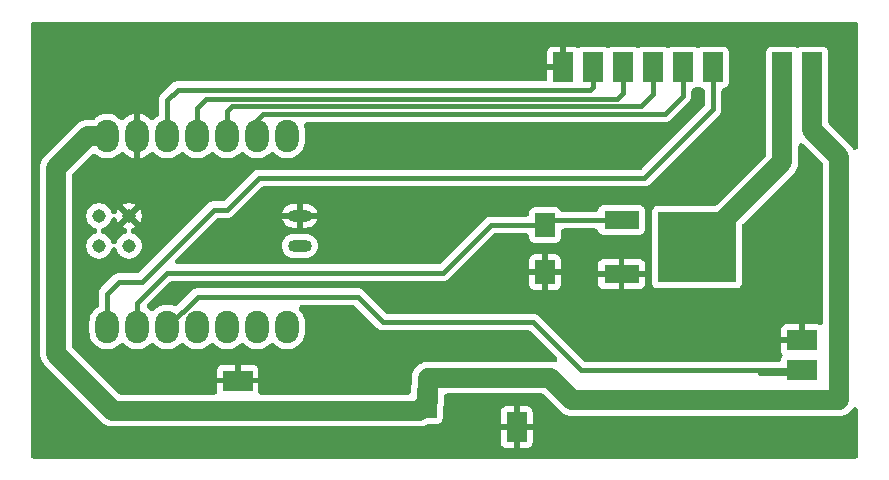
<source format=gbr>
%TF.GenerationSoftware,KiCad,Pcbnew,(7.0.0)*%
%TF.CreationDate,2023-06-06T17:30:43+02:00*%
%TF.ProjectId,traffic_sign_board,74726166-6669-4635-9f73-69676e5f626f,rev?*%
%TF.SameCoordinates,Original*%
%TF.FileFunction,Copper,L1,Top*%
%TF.FilePolarity,Positive*%
%FSLAX46Y46*%
G04 Gerber Fmt 4.6, Leading zero omitted, Abs format (unit mm)*
G04 Created by KiCad (PCBNEW (7.0.0)) date 2023-06-06 17:30:43*
%MOMM*%
%LPD*%
G01*
G04 APERTURE LIST*
%TA.AperFunction,SMDPad,CuDef*%
%ADD10R,2.500000X1.700000*%
%TD*%
%TA.AperFunction,SMDPad,CuDef*%
%ADD11R,1.700000X2.500000*%
%TD*%
%TA.AperFunction,SMDPad,CuDef*%
%ADD12R,3.000000X1.500000*%
%TD*%
%TA.AperFunction,SMDPad,CuDef*%
%ADD13R,6.600000X6.000000*%
%TD*%
%TA.AperFunction,SMDPad,CuDef*%
%ADD14R,1.700000X2.000000*%
%TD*%
%TA.AperFunction,SMDPad,CuDef*%
%ADD15O,1.998980X2.748280*%
%TD*%
%TA.AperFunction,SMDPad,CuDef*%
%ADD16O,2.032000X1.016000*%
%TD*%
%TA.AperFunction,SMDPad,CuDef*%
%ADD17C,1.143000*%
%TD*%
%TA.AperFunction,Conductor*%
%ADD18C,0.400000*%
%TD*%
%TA.AperFunction,Conductor*%
%ADD19C,1.700000*%
%TD*%
G04 APERTURE END LIST*
D10*
%TO.P,JMatrixPWD1,1*%
%TO.N,bike+*%
X117474999Y-130936999D03*
%TO.P,JMatrixPWD1,2*%
%TO.N,GND*%
X117474999Y-128396999D03*
%TD*%
D11*
%TO.P,J2,1,Pin_1*%
%TO.N,GND*%
X145033999Y-101867999D03*
%TO.P,J2,2,Pin_2*%
%TO.N,+3.3V*%
X147573999Y-101867999D03*
%TO.P,J2,3,Pin_3*%
%TO.N,MISO*%
X150113999Y-101867999D03*
%TO.P,J2,4,Pin_4*%
%TO.N,MOSI*%
X152653999Y-101867999D03*
%TO.P,J2,5,Pin_5*%
%TO.N,SCK*%
X155193999Y-101867999D03*
%TO.P,J2,6,Pin_6*%
%TO.N,SS*%
X157733999Y-101867999D03*
%TD*%
D12*
%TO.P,Q2,1,G*%
%TO.N,BikePWM*%
X149977999Y-114813999D03*
D13*
%TO.P,Q2,2,D*%
%TO.N,bike-*%
X156377999Y-117093999D03*
D12*
%TO.P,Q2,3,S*%
%TO.N,GND*%
X149977999Y-119373999D03*
%TD*%
D10*
%TO.P,J3,3,Pin_3*%
%TO.N,GND*%
X165240999Y-124977999D03*
%TO.P,J3,2,Pin_2*%
%TO.N,MatrixLED*%
X165240999Y-127517999D03*
%TO.P,J3,1,Pin_1*%
%TO.N,bike+*%
X165240999Y-130057999D03*
%TD*%
D11*
%TO.P,J1,1*%
%TO.N,bike-*%
X163595999Y-101867999D03*
%TO.P,J1,2*%
%TO.N,bike+*%
X166135999Y-101867999D03*
%TD*%
%TO.P,JVCC1,1,Pin_1*%
%TO.N,bike+*%
X133476999Y-130301999D03*
%TD*%
D14*
%TO.P,R1,1*%
%TO.N,BikePWM*%
X143509999Y-115220999D03*
%TO.P,R1,2*%
%TO.N,GND*%
X143509999Y-119220999D03*
%TD*%
D15*
%TO.P,U1,1,PA02_A0_D0*%
%TO.N,SS*%
X106425999Y-123860559D03*
%TO.P,U1,2,PA4_A1_D1*%
%TO.N,BikePWM*%
X108965999Y-123860559D03*
%TO.P,U1,3,PA10_A2_D2*%
%TO.N,MatrixLED*%
X111505999Y-123860559D03*
%TO.P,U1,4,PA11_A3_D3*%
%TO.N,unconnected-(U1-PA11_A3_D3-Pad4)*%
X114045999Y-123860559D03*
%TO.P,U1,5,PA8_A4_D4_SDA*%
%TO.N,unconnected-(U1-PA8_A4_D4_SDA-Pad5)*%
X116585999Y-123860559D03*
%TO.P,U1,6,PA9_A5_D5_SCL*%
%TO.N,unconnected-(U1-PA9_A5_D5_SCL-Pad6)*%
X119125999Y-123860559D03*
%TO.P,U1,7,PB08_A6_D6_TX*%
%TO.N,unconnected-(U1-PB08_A6_D6_TX-Pad7)*%
X121665999Y-123860559D03*
%TO.P,U1,8,PB09_A7_D7_RX*%
%TO.N,unconnected-(U1-PB09_A7_D7_RX-Pad8)*%
X121665999Y-107695999D03*
%TO.P,U1,9,PA7_A8_D8_SCK*%
%TO.N,SCK*%
X119125999Y-107695999D03*
%TO.P,U1,10,PA5_A9_D9_MISO*%
%TO.N,MOSI*%
X116585999Y-107695999D03*
%TO.P,U1,11,PA6_A10_D10_MOSI*%
%TO.N,MISO*%
X114045999Y-107695999D03*
%TO.P,U1,12,3V3*%
%TO.N,+3.3V*%
X111505999Y-107695999D03*
%TO.P,U1,13,GND*%
%TO.N,GND*%
X108965999Y-107695999D03*
%TO.P,U1,14,5V*%
%TO.N,bike+*%
X106425999Y-107695999D03*
D16*
%TO.P,U1,15,5V*%
X122743819Y-116993679D03*
%TO.P,U1,16,GND*%
%TO.N,GND*%
X122743819Y-114443679D03*
D17*
%TO.P,U1,17,PA31_SWDIO*%
%TO.N,unconnected-(U1-PA31_SWDIO-Pad17)*%
X105739633Y-116994877D03*
%TO.P,U1,18,PA30_SWCLK*%
%TO.N,unconnected-(U1-PA30_SWCLK-Pad18)*%
X105739633Y-114454877D03*
%TO.P,U1,19,RESET*%
%TO.N,unconnected-(U1-RESET-Pad19)*%
X108279633Y-116994877D03*
%TO.P,U1,20,GND*%
%TO.N,GND*%
X108279633Y-114454877D03*
%TD*%
D11*
%TO.P,JGND2,1,Pin_1*%
%TO.N,GND*%
X141096999Y-132333999D03*
%TD*%
D18*
%TO.N,SS*%
X115443000Y-113919000D02*
X116205000Y-113919000D01*
X109347000Y-120015000D02*
X115443000Y-113919000D01*
X107442000Y-120015000D02*
X109347000Y-120015000D01*
X106426000Y-121031000D02*
X107442000Y-120015000D01*
X106426000Y-123860560D02*
X106426000Y-121031000D01*
X116205000Y-113919000D02*
X116586000Y-113919000D01*
D19*
%TO.N,bike+*%
X102108000Y-126111000D02*
X106934000Y-130937000D01*
X102108000Y-110363000D02*
X102108000Y-126111000D01*
X106934000Y-130937000D02*
X117475000Y-130937000D01*
X104775000Y-107696000D02*
X102108000Y-110363000D01*
X106426000Y-107696000D02*
X104775000Y-107696000D01*
D18*
%TO.N,MatrixLED*%
X142494000Y-123444000D02*
X129794000Y-123444000D01*
X129794000Y-123444000D02*
X127635000Y-121285000D01*
X165241000Y-127518000D02*
X146568000Y-127518000D01*
X146568000Y-127518000D02*
X142494000Y-123444000D01*
X127635000Y-121285000D02*
X114081560Y-121285000D01*
D19*
%TO.N,bike+*%
X133604000Y-128143000D02*
X133604000Y-130175000D01*
X143891000Y-128143000D02*
X133604000Y-128143000D01*
X145806000Y-130058000D02*
X143891000Y-128143000D01*
X165241000Y-130058000D02*
X145806000Y-130058000D01*
X133604000Y-130175000D02*
X133477000Y-130302000D01*
D18*
%TO.N,MatrixLED*%
X114081560Y-121285000D02*
X111506000Y-123860560D01*
D19*
%TO.N,bike+*%
X168378000Y-109430000D02*
X166136000Y-107188000D01*
X168378000Y-130058000D02*
X168378000Y-109430000D01*
X166136000Y-107188000D02*
X166136000Y-101868000D01*
X165241000Y-130058000D02*
X168378000Y-130058000D01*
X132842000Y-130937000D02*
X133477000Y-130302000D01*
X117475000Y-130937000D02*
X132842000Y-130937000D01*
D18*
%TO.N,SS*%
X116586000Y-113919000D02*
X119253000Y-111252000D01*
X151892000Y-111252000D02*
X119253000Y-111252000D01*
%TO.N,BikePWM*%
X108966000Y-121793000D02*
X111506000Y-119253000D01*
X108966000Y-123860560D02*
X108966000Y-121793000D01*
X111506000Y-119253000D02*
X134874000Y-119253000D01*
%TO.N,+3.3V*%
X111506000Y-104661000D02*
X112395000Y-103772000D01*
X111506000Y-107696000D02*
X111506000Y-104661000D01*
X147307000Y-103772000D02*
X112395000Y-103772000D01*
%TO.N,MISO*%
X114808000Y-104521000D02*
X114935000Y-104521000D01*
X114046000Y-105283000D02*
X114808000Y-104521000D01*
X149606000Y-104521000D02*
X114935000Y-104521000D01*
X114046000Y-107696000D02*
X114046000Y-105283000D01*
%TO.N,MOSI*%
X116586000Y-105537000D02*
X116967000Y-105156000D01*
X151638000Y-105156000D02*
X116967000Y-105156000D01*
X116586000Y-107696000D02*
X116586000Y-105537000D01*
%TO.N,SCK*%
X119126000Y-107696000D02*
X119126000Y-106299000D01*
X153670000Y-105791000D02*
X119634000Y-105791000D01*
X119126000Y-106299000D02*
X119634000Y-105791000D01*
%TO.N,BikePWM*%
X143917000Y-114814000D02*
X143510000Y-115221000D01*
X149978000Y-114814000D02*
X143917000Y-114814000D01*
X138906000Y-115221000D02*
X143510000Y-115221000D01*
X134874000Y-119253000D02*
X138906000Y-115221000D01*
%TO.N,MatrixLED*%
X161681000Y-127752000D02*
X165594000Y-127752000D01*
%TO.N,+3.3V*%
X147574000Y-103505000D02*
X147307000Y-103772000D01*
X147574000Y-101868000D02*
X147574000Y-103505000D01*
%TO.N,SS*%
X157734000Y-105410000D02*
X151892000Y-111252000D01*
X157734000Y-101868000D02*
X157734000Y-105410000D01*
%TO.N,SCK*%
X155194000Y-101868000D02*
X155194000Y-104267000D01*
X155194000Y-104267000D02*
X153670000Y-105791000D01*
%TO.N,MISO*%
X150114000Y-101868000D02*
X150114000Y-104013000D01*
X150114000Y-104013000D02*
X149606000Y-104521000D01*
%TO.N,MOSI*%
X152654000Y-104140000D02*
X151638000Y-105156000D01*
X152654000Y-101868000D02*
X152654000Y-104140000D01*
D19*
%TO.N,bike-*%
X163596000Y-101868000D02*
X163596000Y-109876000D01*
X163596000Y-109876000D02*
X156378000Y-117094000D01*
%TD*%
%TA.AperFunction,Conductor*%
%TO.N,GND*%
G36*
X169845788Y-98019454D02*
G01*
X169926570Y-98073430D01*
X169980546Y-98154212D01*
X169999500Y-98249500D01*
X169999500Y-108601490D01*
X169983404Y-108689563D01*
X169937196Y-108766249D01*
X169866851Y-108821634D01*
X169781463Y-108848557D01*
X169692072Y-108843538D01*
X169610235Y-108807225D01*
X169546532Y-108744312D01*
X169524321Y-108712592D01*
X169512648Y-108694268D01*
X169493931Y-108661850D01*
X169488491Y-108652427D01*
X169457426Y-108615406D01*
X169444213Y-108598185D01*
X169422729Y-108567501D01*
X169422724Y-108567495D01*
X169416495Y-108558599D01*
X169249401Y-108391505D01*
X169249397Y-108391502D01*
X167559430Y-106701535D01*
X167505454Y-106620753D01*
X167486500Y-106525465D01*
X167486500Y-101809046D01*
X167486499Y-101809022D01*
X167486499Y-100576788D01*
X167486499Y-100570128D01*
X167480091Y-100510517D01*
X167429796Y-100375669D01*
X167405999Y-100343881D01*
X167354221Y-100274714D01*
X167343546Y-100260454D01*
X167306520Y-100232736D01*
X167242585Y-100184874D01*
X167242582Y-100184872D01*
X167228331Y-100174204D01*
X167177514Y-100155250D01*
X167108073Y-100129350D01*
X167108067Y-100129348D01*
X167093483Y-100123909D01*
X167077998Y-100122244D01*
X167040507Y-100118213D01*
X167040502Y-100118212D01*
X167033873Y-100117500D01*
X167027202Y-100117500D01*
X165244788Y-100117500D01*
X165244769Y-100117500D01*
X165238128Y-100117501D01*
X165231519Y-100118211D01*
X165231508Y-100118212D01*
X165194006Y-100122243D01*
X165193998Y-100122244D01*
X165178517Y-100123909D01*
X165163922Y-100129352D01*
X165163920Y-100129353D01*
X165060351Y-100167982D01*
X165043669Y-100174204D01*
X165029415Y-100184874D01*
X165029414Y-100184875D01*
X165015221Y-100195500D01*
X164944634Y-100232424D01*
X164866000Y-100245166D01*
X164787366Y-100232424D01*
X164716779Y-100195500D01*
X164703177Y-100185318D01*
X164688331Y-100174204D01*
X164637514Y-100155250D01*
X164568073Y-100129350D01*
X164568067Y-100129348D01*
X164553483Y-100123909D01*
X164537998Y-100122244D01*
X164500507Y-100118213D01*
X164500502Y-100118212D01*
X164493873Y-100117500D01*
X164487202Y-100117500D01*
X162704788Y-100117500D01*
X162704769Y-100117500D01*
X162698128Y-100117501D01*
X162691519Y-100118211D01*
X162691508Y-100118212D01*
X162654006Y-100122243D01*
X162653998Y-100122244D01*
X162638517Y-100123909D01*
X162623922Y-100129352D01*
X162623920Y-100129353D01*
X162520351Y-100167982D01*
X162503669Y-100174204D01*
X162489420Y-100184870D01*
X162489414Y-100184874D01*
X162402714Y-100249778D01*
X162402710Y-100249781D01*
X162388454Y-100260454D01*
X162377781Y-100274710D01*
X162377778Y-100274714D01*
X162312874Y-100361414D01*
X162312870Y-100361420D01*
X162302204Y-100375669D01*
X162295982Y-100392350D01*
X162295982Y-100392351D01*
X162257350Y-100495926D01*
X162257348Y-100495933D01*
X162251909Y-100510517D01*
X162250244Y-100525999D01*
X162250244Y-100526001D01*
X162250244Y-100526006D01*
X162245500Y-100570127D01*
X162245500Y-100576798D01*
X162245500Y-109213464D01*
X162237016Y-109277910D01*
X162212140Y-109337964D01*
X162172570Y-109389534D01*
X158041533Y-113520570D01*
X157960751Y-113574546D01*
X157865463Y-113593500D01*
X153036788Y-113593500D01*
X153036769Y-113593500D01*
X153030128Y-113593501D01*
X153023519Y-113594211D01*
X153023508Y-113594212D01*
X152986006Y-113598243D01*
X152985998Y-113598244D01*
X152970517Y-113599909D01*
X152955922Y-113605352D01*
X152955920Y-113605353D01*
X152932785Y-113613982D01*
X152835669Y-113650204D01*
X152821420Y-113660870D01*
X152821414Y-113660874D01*
X152734714Y-113725778D01*
X152734710Y-113725781D01*
X152720454Y-113736454D01*
X152709781Y-113750710D01*
X152709778Y-113750714D01*
X152644874Y-113837414D01*
X152644870Y-113837420D01*
X152634204Y-113851669D01*
X152627982Y-113868350D01*
X152627982Y-113868351D01*
X152589350Y-113971926D01*
X152589348Y-113971933D01*
X152583909Y-113986517D01*
X152577500Y-114046127D01*
X152577500Y-114052796D01*
X152577500Y-114052797D01*
X152577500Y-120135211D01*
X152577500Y-120135229D01*
X152577501Y-120141872D01*
X152578211Y-120148481D01*
X152578212Y-120148491D01*
X152582243Y-120185993D01*
X152582244Y-120185998D01*
X152583909Y-120201483D01*
X152634204Y-120336331D01*
X152644872Y-120350582D01*
X152644874Y-120350585D01*
X152667151Y-120380343D01*
X152720454Y-120451546D01*
X152734714Y-120462221D01*
X152819510Y-120525700D01*
X152835669Y-120537796D01*
X152970517Y-120588091D01*
X153030127Y-120594500D01*
X159725872Y-120594499D01*
X159785483Y-120588091D01*
X159920331Y-120537796D01*
X160035546Y-120451546D01*
X160121796Y-120336331D01*
X160172091Y-120201483D01*
X160178500Y-120141873D01*
X160178499Y-115306534D01*
X160186983Y-115242089D01*
X160211859Y-115182035D01*
X160251425Y-115130469D01*
X164592643Y-110789253D01*
X164592647Y-110789247D01*
X164634495Y-110747401D01*
X164662213Y-110707813D01*
X164675432Y-110690586D01*
X164706490Y-110653574D01*
X164730662Y-110611704D01*
X164742304Y-110593431D01*
X164770035Y-110553829D01*
X164790458Y-110510030D01*
X164800480Y-110490779D01*
X164824644Y-110448927D01*
X164841169Y-110403524D01*
X164849486Y-110383445D01*
X164869903Y-110339663D01*
X164882414Y-110292967D01*
X164888944Y-110272261D01*
X164905465Y-110226871D01*
X164913856Y-110179279D01*
X164918552Y-110158096D01*
X164931063Y-110111408D01*
X164935274Y-110063261D01*
X164938108Y-110041741D01*
X164946500Y-109994154D01*
X164946500Y-109757847D01*
X164946500Y-108509535D01*
X164965454Y-108414247D01*
X165019430Y-108333465D01*
X165100212Y-108279489D01*
X165195500Y-108260535D01*
X165290788Y-108279489D01*
X165371570Y-108333465D01*
X166954570Y-109916465D01*
X167008546Y-109997247D01*
X167027500Y-110092535D01*
X167027500Y-123435828D01*
X167009221Y-123529471D01*
X166957066Y-123609365D01*
X166878694Y-123663780D01*
X166785611Y-123684726D01*
X166691484Y-123669129D01*
X166612972Y-123639846D01*
X166582884Y-123632736D01*
X166545463Y-123628713D01*
X166532157Y-123628000D01*
X165515527Y-123628000D01*
X165495069Y-123632069D01*
X165491000Y-123652527D01*
X165491000Y-124979000D01*
X165472046Y-125074288D01*
X165418070Y-125155070D01*
X165337288Y-125209046D01*
X165242000Y-125228000D01*
X163515527Y-125228000D01*
X163495069Y-125232069D01*
X163491000Y-125252527D01*
X163491000Y-125869157D01*
X163491713Y-125882463D01*
X163495736Y-125919884D01*
X163502846Y-125949972D01*
X163541424Y-126053406D01*
X163558318Y-126084343D01*
X163568812Y-126098362D01*
X163605735Y-126168948D01*
X163618478Y-126247583D01*
X163605736Y-126326217D01*
X163568813Y-126396803D01*
X163557874Y-126411415D01*
X163557872Y-126411417D01*
X163547204Y-126425669D01*
X163540982Y-126442350D01*
X163540982Y-126442351D01*
X163502350Y-126545926D01*
X163502348Y-126545933D01*
X163496909Y-126560517D01*
X163495244Y-126575999D01*
X163495244Y-126576001D01*
X163493189Y-126595117D01*
X163467274Y-126681940D01*
X163412009Y-126753741D01*
X163334711Y-126801015D01*
X163245616Y-126817500D01*
X146961297Y-126817500D01*
X146866009Y-126798546D01*
X146785227Y-126744570D01*
X144744130Y-124703473D01*
X163491000Y-124703473D01*
X163495069Y-124723930D01*
X163515527Y-124728000D01*
X164966473Y-124728000D01*
X164986930Y-124723930D01*
X164991000Y-124703473D01*
X164991000Y-123652527D01*
X164986930Y-123632069D01*
X164966473Y-123628000D01*
X163949843Y-123628000D01*
X163936536Y-123628713D01*
X163899115Y-123632736D01*
X163869027Y-123639846D01*
X163765593Y-123678424D01*
X163734656Y-123695317D01*
X163648071Y-123760135D01*
X163623135Y-123785071D01*
X163558317Y-123871656D01*
X163541424Y-123902593D01*
X163502846Y-124006027D01*
X163495736Y-124036115D01*
X163491713Y-124073536D01*
X163491000Y-124086843D01*
X163491000Y-124703473D01*
X144744130Y-124703473D01*
X143009598Y-122968941D01*
X142999306Y-122958007D01*
X142961929Y-122915817D01*
X142949532Y-122907260D01*
X142949529Y-122907257D01*
X142915531Y-122883789D01*
X142903436Y-122874890D01*
X142859057Y-122840122D01*
X142845321Y-122833940D01*
X142839912Y-122830670D01*
X142834323Y-122827736D01*
X142821930Y-122819182D01*
X142807849Y-122813841D01*
X142807842Y-122813838D01*
X142769218Y-122799189D01*
X142755330Y-122793437D01*
X142723218Y-122778985D01*
X142703932Y-122770305D01*
X142689120Y-122767590D01*
X142683102Y-122765715D01*
X142676949Y-122764198D01*
X142662872Y-122758860D01*
X142647926Y-122757045D01*
X142647922Y-122757044D01*
X142606933Y-122752067D01*
X142592072Y-122749805D01*
X142551424Y-122742356D01*
X142551413Y-122742355D01*
X142536606Y-122739642D01*
X142521575Y-122740551D01*
X142521572Y-122740551D01*
X142480336Y-122743046D01*
X142465300Y-122743500D01*
X130187297Y-122743500D01*
X130092009Y-122724546D01*
X130011227Y-122670570D01*
X128150598Y-120809941D01*
X128140306Y-120799007D01*
X128102929Y-120756817D01*
X128090532Y-120748260D01*
X128090529Y-120748257D01*
X128056531Y-120724789D01*
X128044436Y-120715890D01*
X128000057Y-120681122D01*
X127986321Y-120674940D01*
X127980912Y-120671670D01*
X127975323Y-120668736D01*
X127962930Y-120660182D01*
X127948849Y-120654841D01*
X127948842Y-120654838D01*
X127910218Y-120640189D01*
X127896330Y-120634437D01*
X127862614Y-120619263D01*
X127844932Y-120611305D01*
X127830120Y-120608590D01*
X127824102Y-120606715D01*
X127817949Y-120605198D01*
X127803872Y-120599860D01*
X127788926Y-120598045D01*
X127788922Y-120598044D01*
X127747933Y-120593067D01*
X127733072Y-120590805D01*
X127692424Y-120583356D01*
X127692413Y-120583355D01*
X127677606Y-120580642D01*
X127662575Y-120581551D01*
X127662572Y-120581551D01*
X127621336Y-120584046D01*
X127606300Y-120584500D01*
X114110260Y-120584500D01*
X114095224Y-120584046D01*
X114053987Y-120581551D01*
X114053983Y-120581551D01*
X114038954Y-120580642D01*
X114024140Y-120583356D01*
X114024133Y-120583357D01*
X113983486Y-120590805D01*
X113968627Y-120593067D01*
X113927637Y-120598044D01*
X113927631Y-120598045D01*
X113912688Y-120599860D01*
X113898613Y-120605197D01*
X113892455Y-120606715D01*
X113886432Y-120608591D01*
X113871629Y-120611305D01*
X113857908Y-120617480D01*
X113857899Y-120617483D01*
X113820225Y-120634439D01*
X113806337Y-120640192D01*
X113767703Y-120654844D01*
X113767697Y-120654846D01*
X113753630Y-120660182D01*
X113741249Y-120668727D01*
X113735658Y-120671662D01*
X113730227Y-120674944D01*
X113716503Y-120681122D01*
X113704656Y-120690402D01*
X113704648Y-120690408D01*
X113672136Y-120715880D01*
X113660030Y-120724787D01*
X113626029Y-120748257D01*
X113626018Y-120748265D01*
X113613631Y-120756817D01*
X113603652Y-120768080D01*
X113603646Y-120768086D01*
X113576260Y-120798999D01*
X113565954Y-120809947D01*
X112337944Y-122037957D01*
X112261896Y-122089914D01*
X112172164Y-122110674D01*
X112081024Y-122097396D01*
X111885220Y-122030177D01*
X111875488Y-122026836D01*
X111865343Y-122025143D01*
X111865335Y-122025141D01*
X111640456Y-121987615D01*
X111640445Y-121987614D01*
X111630293Y-121985920D01*
X111381707Y-121985920D01*
X111371555Y-121987613D01*
X111371543Y-121987615D01*
X111146664Y-122025141D01*
X111146653Y-122025143D01*
X111136512Y-122026836D01*
X111126782Y-122030176D01*
X111126779Y-122030177D01*
X110911135Y-122104207D01*
X110911128Y-122104209D01*
X110901396Y-122107551D01*
X110892341Y-122112450D01*
X110892337Y-122112453D01*
X110691823Y-122220966D01*
X110691820Y-122220967D01*
X110682771Y-122225865D01*
X110674651Y-122232184D01*
X110674648Y-122232187D01*
X110494727Y-122372225D01*
X110494721Y-122372230D01*
X110486603Y-122378549D01*
X110479640Y-122386112D01*
X110479631Y-122386121D01*
X110419195Y-122451773D01*
X110354510Y-122502118D01*
X110276984Y-122528733D01*
X110195016Y-122528733D01*
X110117490Y-122502118D01*
X110052805Y-122451773D01*
X109992368Y-122386121D01*
X109992365Y-122386118D01*
X109985397Y-122378549D01*
X109862477Y-122282876D01*
X109805842Y-122220842D01*
X109773058Y-122143506D01*
X109767853Y-122059670D01*
X109790820Y-121978873D01*
X109839343Y-121910313D01*
X111487499Y-120262157D01*
X142160000Y-120262157D01*
X142160713Y-120275463D01*
X142164736Y-120312884D01*
X142171846Y-120342972D01*
X142210424Y-120446406D01*
X142227317Y-120477343D01*
X142292135Y-120563928D01*
X142317071Y-120588864D01*
X142403656Y-120653682D01*
X142434593Y-120670575D01*
X142538027Y-120709153D01*
X142568115Y-120716263D01*
X142605536Y-120720286D01*
X142618843Y-120721000D01*
X143235473Y-120721000D01*
X143255930Y-120716930D01*
X143260000Y-120696473D01*
X143760000Y-120696473D01*
X143764069Y-120716930D01*
X143784527Y-120721000D01*
X144401157Y-120721000D01*
X144414463Y-120720286D01*
X144451884Y-120716263D01*
X144481972Y-120709153D01*
X144585406Y-120670575D01*
X144616343Y-120653682D01*
X144702928Y-120588864D01*
X144727864Y-120563928D01*
X144792682Y-120477343D01*
X144809575Y-120446406D01*
X144848153Y-120342972D01*
X144855263Y-120312884D01*
X144859286Y-120275463D01*
X144860000Y-120262157D01*
X144860000Y-120165157D01*
X147978000Y-120165157D01*
X147978713Y-120178463D01*
X147982736Y-120215884D01*
X147989846Y-120245972D01*
X148028424Y-120349406D01*
X148045317Y-120380343D01*
X148110135Y-120466928D01*
X148135071Y-120491864D01*
X148221656Y-120556682D01*
X148252593Y-120573575D01*
X148356027Y-120612153D01*
X148386115Y-120619263D01*
X148423536Y-120623286D01*
X148436843Y-120624000D01*
X149703473Y-120624000D01*
X149723930Y-120619930D01*
X149728000Y-120599473D01*
X150228000Y-120599473D01*
X150232069Y-120619930D01*
X150252527Y-120624000D01*
X151519157Y-120624000D01*
X151532463Y-120623286D01*
X151569884Y-120619263D01*
X151599972Y-120612153D01*
X151703406Y-120573575D01*
X151734343Y-120556682D01*
X151820928Y-120491864D01*
X151845864Y-120466928D01*
X151910682Y-120380343D01*
X151927575Y-120349406D01*
X151966153Y-120245972D01*
X151973263Y-120215884D01*
X151977286Y-120178463D01*
X151978000Y-120165157D01*
X151978000Y-119648527D01*
X151973930Y-119628069D01*
X151953473Y-119624000D01*
X150252527Y-119624000D01*
X150232069Y-119628069D01*
X150228000Y-119648527D01*
X150228000Y-120599473D01*
X149728000Y-120599473D01*
X149728000Y-119648527D01*
X149723930Y-119628069D01*
X149703473Y-119624000D01*
X148002527Y-119624000D01*
X147982069Y-119628069D01*
X147978000Y-119648527D01*
X147978000Y-120165157D01*
X144860000Y-120165157D01*
X144860000Y-119495527D01*
X144855930Y-119475069D01*
X144835473Y-119471000D01*
X143784527Y-119471000D01*
X143764069Y-119475069D01*
X143760000Y-119495527D01*
X143760000Y-120696473D01*
X143260000Y-120696473D01*
X143260000Y-119495527D01*
X143255930Y-119475069D01*
X143235473Y-119471000D01*
X142184527Y-119471000D01*
X142164069Y-119475069D01*
X142160000Y-119495527D01*
X142160000Y-120262157D01*
X111487499Y-120262157D01*
X111723227Y-120026429D01*
X111804009Y-119972454D01*
X111899297Y-119953500D01*
X134845300Y-119953500D01*
X134860335Y-119953953D01*
X134916606Y-119957358D01*
X134972060Y-119947195D01*
X134986919Y-119944933D01*
X135042872Y-119938140D01*
X135056957Y-119932797D01*
X135063090Y-119931286D01*
X135069105Y-119929411D01*
X135083932Y-119926695D01*
X135135342Y-119903556D01*
X135149221Y-119897807D01*
X135201930Y-119877818D01*
X135214337Y-119869252D01*
X135219900Y-119866333D01*
X135225300Y-119863068D01*
X135239057Y-119856878D01*
X135283448Y-119822098D01*
X135295518Y-119813217D01*
X135341929Y-119781183D01*
X135379308Y-119738989D01*
X135389584Y-119728071D01*
X136018182Y-119099473D01*
X147978000Y-119099473D01*
X147982069Y-119119930D01*
X148002527Y-119124000D01*
X149703473Y-119124000D01*
X149723930Y-119119930D01*
X149728000Y-119099473D01*
X150228000Y-119099473D01*
X150232069Y-119119930D01*
X150252527Y-119124000D01*
X151953473Y-119124000D01*
X151973930Y-119119930D01*
X151978000Y-119099473D01*
X151978000Y-118582843D01*
X151977286Y-118569536D01*
X151973263Y-118532115D01*
X151966153Y-118502027D01*
X151927575Y-118398593D01*
X151910682Y-118367656D01*
X151845864Y-118281071D01*
X151820928Y-118256135D01*
X151734343Y-118191317D01*
X151703406Y-118174424D01*
X151599972Y-118135846D01*
X151569884Y-118128736D01*
X151532463Y-118124713D01*
X151519157Y-118124000D01*
X150252527Y-118124000D01*
X150232069Y-118128069D01*
X150228000Y-118148527D01*
X150228000Y-119099473D01*
X149728000Y-119099473D01*
X149728000Y-118148527D01*
X149723930Y-118128069D01*
X149703473Y-118124000D01*
X148436843Y-118124000D01*
X148423536Y-118124713D01*
X148386115Y-118128736D01*
X148356027Y-118135846D01*
X148252593Y-118174424D01*
X148221656Y-118191317D01*
X148135071Y-118256135D01*
X148110135Y-118281071D01*
X148045317Y-118367656D01*
X148028424Y-118398593D01*
X147989846Y-118502027D01*
X147982736Y-118532115D01*
X147978713Y-118569536D01*
X147978000Y-118582843D01*
X147978000Y-119099473D01*
X136018182Y-119099473D01*
X136171182Y-118946473D01*
X142160000Y-118946473D01*
X142164069Y-118966930D01*
X142184527Y-118971000D01*
X143235473Y-118971000D01*
X143255930Y-118966930D01*
X143260000Y-118946473D01*
X143760000Y-118946473D01*
X143764069Y-118966930D01*
X143784527Y-118971000D01*
X144835473Y-118971000D01*
X144855930Y-118966930D01*
X144860000Y-118946473D01*
X144860000Y-118179843D01*
X144859286Y-118166536D01*
X144855263Y-118129115D01*
X144848153Y-118099027D01*
X144809575Y-117995593D01*
X144792682Y-117964656D01*
X144727864Y-117878071D01*
X144702928Y-117853135D01*
X144616343Y-117788317D01*
X144585406Y-117771424D01*
X144481972Y-117732846D01*
X144451884Y-117725736D01*
X144414463Y-117721713D01*
X144401157Y-117721000D01*
X143784527Y-117721000D01*
X143764069Y-117725069D01*
X143760000Y-117745527D01*
X143760000Y-118946473D01*
X143260000Y-118946473D01*
X143260000Y-117745527D01*
X143255930Y-117725069D01*
X143235473Y-117721000D01*
X142618843Y-117721000D01*
X142605536Y-117721713D01*
X142568115Y-117725736D01*
X142538027Y-117732846D01*
X142434593Y-117771424D01*
X142403656Y-117788317D01*
X142317071Y-117853135D01*
X142292135Y-117878071D01*
X142227317Y-117964656D01*
X142210424Y-117995593D01*
X142171846Y-118099027D01*
X142164736Y-118129115D01*
X142160713Y-118166536D01*
X142160000Y-118179843D01*
X142160000Y-118946473D01*
X136171182Y-118946473D01*
X139123226Y-115994430D01*
X139204009Y-115940454D01*
X139299297Y-115921500D01*
X141910501Y-115921500D01*
X142005789Y-115940454D01*
X142086571Y-115994430D01*
X142140547Y-116075212D01*
X142159501Y-116170500D01*
X142159501Y-116268872D01*
X142160211Y-116275481D01*
X142160212Y-116275491D01*
X142164243Y-116312993D01*
X142164244Y-116312998D01*
X142165909Y-116328483D01*
X142216204Y-116463331D01*
X142226872Y-116477582D01*
X142226874Y-116477585D01*
X142291778Y-116564285D01*
X142302454Y-116578546D01*
X142417669Y-116664796D01*
X142552517Y-116715091D01*
X142612127Y-116721500D01*
X144407872Y-116721499D01*
X144467483Y-116715091D01*
X144602331Y-116664796D01*
X144717546Y-116578546D01*
X144803796Y-116463331D01*
X144854091Y-116328483D01*
X144860500Y-116268873D01*
X144860500Y-115763500D01*
X144879454Y-115668212D01*
X144933430Y-115587430D01*
X145014212Y-115533454D01*
X145109500Y-115514500D01*
X147752473Y-115514500D01*
X147826878Y-115525876D01*
X147894484Y-115558966D01*
X147949113Y-115610746D01*
X147985774Y-115676484D01*
X148027981Y-115789648D01*
X148027983Y-115789651D01*
X148034204Y-115806331D01*
X148044872Y-115820582D01*
X148044874Y-115820585D01*
X148071153Y-115855689D01*
X148120454Y-115921546D01*
X148134714Y-115932221D01*
X148168968Y-115957864D01*
X148235669Y-116007796D01*
X148370517Y-116058091D01*
X148430127Y-116064500D01*
X151525872Y-116064499D01*
X151585483Y-116058091D01*
X151720331Y-116007796D01*
X151835546Y-115921546D01*
X151921796Y-115806331D01*
X151972091Y-115671483D01*
X151978500Y-115611873D01*
X151978499Y-114016128D01*
X151972091Y-113956517D01*
X151921796Y-113821669D01*
X151888509Y-113777204D01*
X151846221Y-113720714D01*
X151835546Y-113706454D01*
X151821285Y-113695778D01*
X151734585Y-113630874D01*
X151734582Y-113630872D01*
X151720331Y-113620204D01*
X151665917Y-113599909D01*
X151600073Y-113575350D01*
X151600067Y-113575348D01*
X151585483Y-113569909D01*
X151569998Y-113568244D01*
X151532507Y-113564213D01*
X151532502Y-113564212D01*
X151525873Y-113563500D01*
X151519202Y-113563500D01*
X148436788Y-113563500D01*
X148436769Y-113563500D01*
X148430128Y-113563501D01*
X148423519Y-113564211D01*
X148423508Y-113564212D01*
X148386006Y-113568243D01*
X148385998Y-113568244D01*
X148370517Y-113569909D01*
X148355922Y-113575352D01*
X148355920Y-113575353D01*
X148264995Y-113609266D01*
X148235669Y-113620204D01*
X148221420Y-113630870D01*
X148221414Y-113630874D01*
X148134714Y-113695778D01*
X148134710Y-113695781D01*
X148120454Y-113706454D01*
X148109781Y-113720710D01*
X148109778Y-113720714D01*
X148044874Y-113807414D01*
X148044870Y-113807420D01*
X148034204Y-113821669D01*
X148027984Y-113838345D01*
X148027981Y-113838351D01*
X147985774Y-113951516D01*
X147949113Y-114017254D01*
X147894484Y-114069034D01*
X147826878Y-114102124D01*
X147752473Y-114113500D01*
X145022270Y-114113500D01*
X144935254Y-114097801D01*
X144859210Y-114052682D01*
X144807440Y-113988441D01*
X144803796Y-113978669D01*
X144717546Y-113863454D01*
X144703285Y-113852778D01*
X144616585Y-113787874D01*
X144616582Y-113787872D01*
X144602331Y-113777204D01*
X144531308Y-113750714D01*
X144482073Y-113732350D01*
X144482067Y-113732348D01*
X144467483Y-113726909D01*
X144451998Y-113725244D01*
X144414507Y-113721213D01*
X144414502Y-113721212D01*
X144407873Y-113720500D01*
X144401202Y-113720500D01*
X142618788Y-113720500D01*
X142618769Y-113720500D01*
X142612128Y-113720501D01*
X142605519Y-113721211D01*
X142605508Y-113721212D01*
X142568006Y-113725243D01*
X142567998Y-113725244D01*
X142552517Y-113726909D01*
X142537922Y-113732352D01*
X142537920Y-113732353D01*
X142488692Y-113750714D01*
X142417669Y-113777204D01*
X142403420Y-113787870D01*
X142403414Y-113787874D01*
X142316714Y-113852778D01*
X142316710Y-113852781D01*
X142302454Y-113863454D01*
X142291781Y-113877710D01*
X142291778Y-113877714D01*
X142226874Y-113964414D01*
X142226870Y-113964420D01*
X142216204Y-113978669D01*
X142209982Y-113995350D01*
X142209982Y-113995351D01*
X142171350Y-114098926D01*
X142171348Y-114098933D01*
X142165909Y-114113517D01*
X142164244Y-114128999D01*
X142164244Y-114129001D01*
X142160867Y-114160416D01*
X142159500Y-114173127D01*
X142159500Y-114179798D01*
X142159500Y-114271500D01*
X142140546Y-114366788D01*
X142086570Y-114447570D01*
X142005788Y-114501546D01*
X141910500Y-114520500D01*
X138934687Y-114520500D01*
X138919653Y-114520046D01*
X138878427Y-114517552D01*
X138878424Y-114517552D01*
X138863394Y-114516643D01*
X138848584Y-114519356D01*
X138848579Y-114519357D01*
X138807940Y-114526804D01*
X138793083Y-114529065D01*
X138752072Y-114534045D01*
X138752069Y-114534045D01*
X138737128Y-114535860D01*
X138723060Y-114541194D01*
X138716923Y-114542707D01*
X138710879Y-114544590D01*
X138696068Y-114547305D01*
X138682335Y-114553485D01*
X138682330Y-114553487D01*
X138644657Y-114570442D01*
X138630771Y-114576194D01*
X138592150Y-114590841D01*
X138592143Y-114590844D01*
X138578070Y-114596182D01*
X138565684Y-114604731D01*
X138560092Y-114607666D01*
X138554669Y-114610943D01*
X138540943Y-114617122D01*
X138529096Y-114626402D01*
X138529088Y-114626408D01*
X138496576Y-114651880D01*
X138484470Y-114660787D01*
X138450469Y-114684257D01*
X138450458Y-114684265D01*
X138438071Y-114692817D01*
X138428092Y-114704080D01*
X138428086Y-114704086D01*
X138400700Y-114734999D01*
X138390394Y-114745947D01*
X134656773Y-118479570D01*
X134605203Y-118519140D01*
X134545149Y-118544016D01*
X134480703Y-118552500D01*
X112401297Y-118552500D01*
X112306009Y-118533546D01*
X112225227Y-118479570D01*
X112171251Y-118398788D01*
X112152297Y-118303500D01*
X112171251Y-118208212D01*
X112225227Y-118127430D01*
X113358977Y-116993680D01*
X121222440Y-116993680D01*
X121223639Y-117005854D01*
X121237510Y-117146693D01*
X121241912Y-117191381D01*
X121245459Y-117203075D01*
X121245461Y-117203083D01*
X121296026Y-117369773D01*
X121296027Y-117369777D01*
X121299579Y-117381484D01*
X121305342Y-117392267D01*
X121305346Y-117392275D01*
X121387460Y-117545899D01*
X121393225Y-117556684D01*
X121519252Y-117710248D01*
X121672816Y-117836275D01*
X121683601Y-117842039D01*
X121683600Y-117842039D01*
X121837224Y-117924153D01*
X121837227Y-117924154D01*
X121848016Y-117929921D01*
X122038119Y-117987588D01*
X122186273Y-118002180D01*
X123295256Y-118002180D01*
X123301367Y-118002180D01*
X123449521Y-117987588D01*
X123639624Y-117929921D01*
X123814824Y-117836275D01*
X123968388Y-117710248D01*
X124094415Y-117556684D01*
X124188061Y-117381484D01*
X124245728Y-117191381D01*
X124265200Y-116993680D01*
X124245728Y-116795979D01*
X124188061Y-116605876D01*
X124165830Y-116564285D01*
X124100179Y-116441460D01*
X124094415Y-116430676D01*
X123968388Y-116277112D01*
X123814824Y-116151085D01*
X123804041Y-116145321D01*
X123804039Y-116145320D01*
X123650415Y-116063206D01*
X123650407Y-116063202D01*
X123639624Y-116057439D01*
X123627917Y-116053887D01*
X123627913Y-116053886D01*
X123461223Y-116003321D01*
X123461215Y-116003319D01*
X123449521Y-115999772D01*
X123437352Y-115998573D01*
X123437350Y-115998573D01*
X123335477Y-115988539D01*
X123301367Y-115985180D01*
X122186273Y-115985180D01*
X122180191Y-115985778D01*
X122180191Y-115985779D01*
X122050289Y-115998573D01*
X122050285Y-115998573D01*
X122038119Y-115999772D01*
X122026426Y-116003318D01*
X122026416Y-116003321D01*
X121859726Y-116053886D01*
X121859718Y-116053889D01*
X121848016Y-116057439D01*
X121837235Y-116063201D01*
X121837224Y-116063206D01*
X121683600Y-116145320D01*
X121683593Y-116145324D01*
X121672816Y-116151085D01*
X121663364Y-116158841D01*
X121663361Y-116158844D01*
X121528715Y-116269345D01*
X121528709Y-116269350D01*
X121519252Y-116277112D01*
X121511490Y-116286569D01*
X121511485Y-116286575D01*
X121400984Y-116421221D01*
X121400981Y-116421224D01*
X121393225Y-116430676D01*
X121387464Y-116441453D01*
X121387460Y-116441460D01*
X121305346Y-116595084D01*
X121305341Y-116595095D01*
X121299579Y-116605876D01*
X121296029Y-116617578D01*
X121296026Y-116617586D01*
X121245461Y-116784276D01*
X121245458Y-116784286D01*
X121241912Y-116795979D01*
X121222440Y-116993680D01*
X113358977Y-116993680D01*
X115655474Y-114697183D01*
X121263025Y-114697183D01*
X121265061Y-114715971D01*
X121296491Y-114819580D01*
X121305813Y-114842084D01*
X121387874Y-114995609D01*
X121401406Y-115015863D01*
X121511846Y-115150434D01*
X121529065Y-115167653D01*
X121663636Y-115278093D01*
X121683890Y-115291625D01*
X121837418Y-115373688D01*
X121859915Y-115383007D01*
X122026508Y-115433543D01*
X122050394Y-115438294D01*
X122180219Y-115451080D01*
X122192413Y-115451680D01*
X122469293Y-115451680D01*
X122489750Y-115447610D01*
X122493820Y-115427153D01*
X122993820Y-115427153D01*
X122997889Y-115447610D01*
X123018347Y-115451680D01*
X123295227Y-115451680D01*
X123307420Y-115451080D01*
X123437245Y-115438294D01*
X123461131Y-115433543D01*
X123627724Y-115383007D01*
X123650221Y-115373688D01*
X123803749Y-115291625D01*
X123824003Y-115278093D01*
X123958574Y-115167653D01*
X123975793Y-115150434D01*
X124086233Y-115015863D01*
X124099765Y-114995609D01*
X124181826Y-114842084D01*
X124191148Y-114819580D01*
X124222578Y-114715971D01*
X124224614Y-114697183D01*
X124206051Y-114693680D01*
X123018347Y-114693680D01*
X122997889Y-114697749D01*
X122993820Y-114718207D01*
X122993820Y-115427153D01*
X122493820Y-115427153D01*
X122493820Y-114718207D01*
X122489750Y-114697749D01*
X122469293Y-114693680D01*
X121281589Y-114693680D01*
X121263025Y-114697183D01*
X115655474Y-114697183D01*
X115660227Y-114692430D01*
X115741009Y-114638454D01*
X115836297Y-114619500D01*
X116162628Y-114619500D01*
X116247372Y-114619500D01*
X116557300Y-114619500D01*
X116572335Y-114619953D01*
X116628606Y-114623358D01*
X116684060Y-114613195D01*
X116698919Y-114610933D01*
X116754872Y-114604140D01*
X116768957Y-114598797D01*
X116775090Y-114597286D01*
X116781105Y-114595411D01*
X116795932Y-114592695D01*
X116847342Y-114569556D01*
X116861221Y-114563807D01*
X116913930Y-114543818D01*
X116926337Y-114535252D01*
X116931900Y-114532333D01*
X116937300Y-114529068D01*
X116951057Y-114522878D01*
X116995448Y-114488098D01*
X117007518Y-114479217D01*
X117053929Y-114447183D01*
X117091308Y-114404989D01*
X117101584Y-114394071D01*
X117305479Y-114190176D01*
X121263025Y-114190176D01*
X121281589Y-114193680D01*
X122469293Y-114193680D01*
X122489750Y-114189610D01*
X122493820Y-114169153D01*
X122993820Y-114169153D01*
X122997889Y-114189610D01*
X123018347Y-114193680D01*
X124206051Y-114193680D01*
X124224614Y-114190176D01*
X124222578Y-114171388D01*
X124191148Y-114067779D01*
X124181826Y-114045275D01*
X124099765Y-113891750D01*
X124086233Y-113871496D01*
X123975793Y-113736925D01*
X123958574Y-113719706D01*
X123824003Y-113609266D01*
X123803749Y-113595734D01*
X123650221Y-113513671D01*
X123627724Y-113504352D01*
X123461131Y-113453816D01*
X123437245Y-113449065D01*
X123307420Y-113436279D01*
X123295227Y-113435680D01*
X123018347Y-113435680D01*
X122997889Y-113439749D01*
X122993820Y-113460207D01*
X122993820Y-114169153D01*
X122493820Y-114169153D01*
X122493820Y-113460207D01*
X122489750Y-113439749D01*
X122469293Y-113435680D01*
X122192413Y-113435680D01*
X122180219Y-113436279D01*
X122050394Y-113449065D01*
X122026508Y-113453816D01*
X121859915Y-113504352D01*
X121837418Y-113513671D01*
X121683890Y-113595734D01*
X121663636Y-113609266D01*
X121529065Y-113719706D01*
X121511846Y-113736925D01*
X121401406Y-113871496D01*
X121387874Y-113891750D01*
X121305813Y-114045275D01*
X121296491Y-114067779D01*
X121265061Y-114171388D01*
X121263025Y-114190176D01*
X117305479Y-114190176D01*
X119470225Y-112025430D01*
X119551008Y-111971454D01*
X119646296Y-111952500D01*
X151863300Y-111952500D01*
X151878335Y-111952953D01*
X151934606Y-111956358D01*
X151990060Y-111946195D01*
X152004919Y-111943933D01*
X152060872Y-111937140D01*
X152074957Y-111931797D01*
X152081090Y-111930286D01*
X152087105Y-111928411D01*
X152101932Y-111925695D01*
X152153342Y-111902556D01*
X152167221Y-111896807D01*
X152219930Y-111876818D01*
X152232337Y-111868252D01*
X152237900Y-111865333D01*
X152243300Y-111862068D01*
X152257057Y-111855878D01*
X152301448Y-111821098D01*
X152313518Y-111812217D01*
X152359929Y-111780183D01*
X152397308Y-111737989D01*
X152407584Y-111727071D01*
X158209071Y-105925584D01*
X158219989Y-105915308D01*
X158262183Y-105877929D01*
X158294209Y-105831530D01*
X158303117Y-105819425D01*
X158337878Y-105775056D01*
X158344062Y-105761313D01*
X158347320Y-105755925D01*
X158350252Y-105750338D01*
X158358818Y-105737930D01*
X158378816Y-105685197D01*
X158384549Y-105671356D01*
X158407695Y-105619931D01*
X158410412Y-105605101D01*
X158412285Y-105599091D01*
X158413795Y-105592963D01*
X158419140Y-105578872D01*
X158425933Y-105522919D01*
X158428197Y-105508049D01*
X158435642Y-105467426D01*
X158435641Y-105467426D01*
X158438358Y-105452606D01*
X158434953Y-105396335D01*
X158434500Y-105381300D01*
X158434500Y-103863384D01*
X158450986Y-103774288D01*
X158498260Y-103696990D01*
X158570063Y-103641724D01*
X158656885Y-103615810D01*
X158691483Y-103612091D01*
X158826331Y-103561796D01*
X158941546Y-103475546D01*
X159027796Y-103360331D01*
X159078091Y-103225483D01*
X159084500Y-103165873D01*
X159084499Y-100570128D01*
X159078091Y-100510517D01*
X159027796Y-100375669D01*
X159003999Y-100343881D01*
X158952221Y-100274714D01*
X158941546Y-100260454D01*
X158904520Y-100232736D01*
X158840585Y-100184874D01*
X158840582Y-100184872D01*
X158826331Y-100174204D01*
X158775514Y-100155250D01*
X158706073Y-100129350D01*
X158706067Y-100129348D01*
X158691483Y-100123909D01*
X158675998Y-100122244D01*
X158638507Y-100118213D01*
X158638502Y-100118212D01*
X158631873Y-100117500D01*
X158625202Y-100117500D01*
X156842788Y-100117500D01*
X156842769Y-100117500D01*
X156836128Y-100117501D01*
X156829519Y-100118211D01*
X156829508Y-100118212D01*
X156792006Y-100122243D01*
X156791998Y-100122244D01*
X156776517Y-100123909D01*
X156761922Y-100129352D01*
X156761920Y-100129353D01*
X156658351Y-100167982D01*
X156641669Y-100174204D01*
X156627415Y-100184874D01*
X156627414Y-100184875D01*
X156613221Y-100195500D01*
X156542634Y-100232424D01*
X156464000Y-100245166D01*
X156385366Y-100232424D01*
X156314779Y-100195500D01*
X156301177Y-100185318D01*
X156286331Y-100174204D01*
X156235514Y-100155250D01*
X156166073Y-100129350D01*
X156166067Y-100129348D01*
X156151483Y-100123909D01*
X156135998Y-100122244D01*
X156098507Y-100118213D01*
X156098502Y-100118212D01*
X156091873Y-100117500D01*
X156085202Y-100117500D01*
X154302788Y-100117500D01*
X154302769Y-100117500D01*
X154296128Y-100117501D01*
X154289519Y-100118211D01*
X154289508Y-100118212D01*
X154252006Y-100122243D01*
X154251998Y-100122244D01*
X154236517Y-100123909D01*
X154221922Y-100129352D01*
X154221920Y-100129353D01*
X154118351Y-100167982D01*
X154101669Y-100174204D01*
X154087415Y-100184874D01*
X154087414Y-100184875D01*
X154073221Y-100195500D01*
X154002634Y-100232424D01*
X153924000Y-100245166D01*
X153845366Y-100232424D01*
X153774779Y-100195500D01*
X153761177Y-100185318D01*
X153746331Y-100174204D01*
X153695514Y-100155250D01*
X153626073Y-100129350D01*
X153626067Y-100129348D01*
X153611483Y-100123909D01*
X153595998Y-100122244D01*
X153558507Y-100118213D01*
X153558502Y-100118212D01*
X153551873Y-100117500D01*
X153545202Y-100117500D01*
X151762788Y-100117500D01*
X151762769Y-100117500D01*
X151756128Y-100117501D01*
X151749519Y-100118211D01*
X151749508Y-100118212D01*
X151712006Y-100122243D01*
X151711998Y-100122244D01*
X151696517Y-100123909D01*
X151681922Y-100129352D01*
X151681920Y-100129353D01*
X151578351Y-100167982D01*
X151561669Y-100174204D01*
X151547415Y-100184874D01*
X151547414Y-100184875D01*
X151533221Y-100195500D01*
X151462634Y-100232424D01*
X151384000Y-100245166D01*
X151305366Y-100232424D01*
X151234779Y-100195500D01*
X151221177Y-100185318D01*
X151206331Y-100174204D01*
X151155514Y-100155250D01*
X151086073Y-100129350D01*
X151086067Y-100129348D01*
X151071483Y-100123909D01*
X151055998Y-100122244D01*
X151018507Y-100118213D01*
X151018502Y-100118212D01*
X151011873Y-100117500D01*
X151005202Y-100117500D01*
X149222788Y-100117500D01*
X149222769Y-100117500D01*
X149216128Y-100117501D01*
X149209519Y-100118211D01*
X149209508Y-100118212D01*
X149172006Y-100122243D01*
X149171998Y-100122244D01*
X149156517Y-100123909D01*
X149141922Y-100129352D01*
X149141920Y-100129353D01*
X149038351Y-100167982D01*
X149021669Y-100174204D01*
X149007415Y-100184874D01*
X149007414Y-100184875D01*
X148993221Y-100195500D01*
X148922634Y-100232424D01*
X148844000Y-100245166D01*
X148765366Y-100232424D01*
X148694779Y-100195500D01*
X148681177Y-100185318D01*
X148666331Y-100174204D01*
X148615514Y-100155250D01*
X148546073Y-100129350D01*
X148546067Y-100129348D01*
X148531483Y-100123909D01*
X148515998Y-100122244D01*
X148478507Y-100118213D01*
X148478502Y-100118212D01*
X148471873Y-100117500D01*
X148465202Y-100117500D01*
X146682788Y-100117500D01*
X146682769Y-100117500D01*
X146676128Y-100117501D01*
X146669519Y-100118211D01*
X146669508Y-100118212D01*
X146632006Y-100122243D01*
X146631998Y-100122244D01*
X146616517Y-100123909D01*
X146601922Y-100129352D01*
X146601920Y-100129353D01*
X146498351Y-100167982D01*
X146481669Y-100174204D01*
X146467417Y-100184872D01*
X146467415Y-100184874D01*
X146452803Y-100195813D01*
X146382217Y-100232736D01*
X146303583Y-100245478D01*
X146224948Y-100232735D01*
X146154362Y-100195812D01*
X146140343Y-100185318D01*
X146109406Y-100168424D01*
X146005972Y-100129846D01*
X145975884Y-100122736D01*
X145938463Y-100118713D01*
X145925157Y-100118000D01*
X145308527Y-100118000D01*
X145288069Y-100122069D01*
X145284000Y-100142527D01*
X145284000Y-101869000D01*
X145265046Y-101964288D01*
X145211070Y-102045070D01*
X145130288Y-102099046D01*
X145035000Y-102118000D01*
X143708527Y-102118000D01*
X143688069Y-102122069D01*
X143684000Y-102142527D01*
X143684000Y-102822500D01*
X143665046Y-102917788D01*
X143611070Y-102998570D01*
X143530288Y-103052546D01*
X143435000Y-103071500D01*
X112423700Y-103071500D01*
X112408664Y-103071046D01*
X112367427Y-103068551D01*
X112367423Y-103068551D01*
X112352394Y-103067642D01*
X112337580Y-103070356D01*
X112337573Y-103070357D01*
X112296926Y-103077805D01*
X112282067Y-103080067D01*
X112241077Y-103085044D01*
X112241071Y-103085045D01*
X112226128Y-103086860D01*
X112212053Y-103092197D01*
X112205895Y-103093715D01*
X112199872Y-103095591D01*
X112185069Y-103098305D01*
X112171348Y-103104480D01*
X112171339Y-103104483D01*
X112133665Y-103121439D01*
X112119777Y-103127192D01*
X112081143Y-103141844D01*
X112081137Y-103141846D01*
X112067070Y-103147182D01*
X112054689Y-103155727D01*
X112049098Y-103158662D01*
X112043667Y-103161944D01*
X112029943Y-103168122D01*
X112018096Y-103177402D01*
X112018088Y-103177408D01*
X111985576Y-103202880D01*
X111973470Y-103211787D01*
X111939469Y-103235257D01*
X111939458Y-103235265D01*
X111927071Y-103243817D01*
X111917092Y-103255080D01*
X111917086Y-103255086D01*
X111889700Y-103285999D01*
X111879394Y-103296947D01*
X111030947Y-104145394D01*
X111019999Y-104155700D01*
X110989086Y-104183086D01*
X110989080Y-104183092D01*
X110977817Y-104193071D01*
X110969265Y-104205458D01*
X110969257Y-104205469D01*
X110945787Y-104239470D01*
X110936880Y-104251576D01*
X110911408Y-104284088D01*
X110911402Y-104284096D01*
X110902122Y-104295943D01*
X110895943Y-104309669D01*
X110892666Y-104315092D01*
X110889731Y-104320684D01*
X110881182Y-104333070D01*
X110875844Y-104347143D01*
X110875841Y-104347150D01*
X110861194Y-104385771D01*
X110855442Y-104399657D01*
X110838487Y-104437330D01*
X110838485Y-104437335D01*
X110832305Y-104451068D01*
X110829590Y-104465880D01*
X110827706Y-104471927D01*
X110826194Y-104478060D01*
X110820860Y-104492128D01*
X110819045Y-104507067D01*
X110819045Y-104507071D01*
X110814066Y-104548073D01*
X110811805Y-104562930D01*
X110804356Y-104603580D01*
X110804355Y-104603584D01*
X110801642Y-104618394D01*
X110802551Y-104633423D01*
X110802551Y-104633427D01*
X110805046Y-104674664D01*
X110805500Y-104689700D01*
X110805500Y-105847386D01*
X110792008Y-105928236D01*
X110752996Y-106000325D01*
X110692690Y-106055841D01*
X110691833Y-106056400D01*
X110682771Y-106061305D01*
X110674649Y-106067627D01*
X110674640Y-106067633D01*
X110494727Y-106207665D01*
X110494721Y-106207670D01*
X110486603Y-106213989D01*
X110479637Y-106221555D01*
X110479624Y-106221568D01*
X110418853Y-106287583D01*
X110354169Y-106337929D01*
X110276642Y-106364543D01*
X110194674Y-106364543D01*
X110117147Y-106337927D01*
X110052463Y-106287582D01*
X109992024Y-106221927D01*
X109976932Y-106208034D01*
X109797076Y-106068047D01*
X109779901Y-106056826D01*
X109579461Y-105948353D01*
X109560657Y-105940105D01*
X109345109Y-105866107D01*
X109325205Y-105861066D01*
X109237371Y-105846410D01*
X109219148Y-105846560D01*
X109216000Y-105864513D01*
X109216000Y-109527487D01*
X109219148Y-109545439D01*
X109237371Y-109545589D01*
X109325205Y-109530933D01*
X109345109Y-109525892D01*
X109560657Y-109451894D01*
X109579461Y-109443646D01*
X109779901Y-109335173D01*
X109797076Y-109323952D01*
X109976932Y-109183965D01*
X109992029Y-109170068D01*
X110052462Y-109104419D01*
X110117146Y-109054072D01*
X110194673Y-109027456D01*
X110276642Y-109027456D01*
X110354169Y-109054071D01*
X110418854Y-109104417D01*
X110479626Y-109170433D01*
X110479632Y-109170438D01*
X110486603Y-109178011D01*
X110682771Y-109330695D01*
X110901396Y-109449009D01*
X111136512Y-109529724D01*
X111381707Y-109570640D01*
X111619989Y-109570640D01*
X111630293Y-109570640D01*
X111875488Y-109529724D01*
X112110604Y-109449009D01*
X112329229Y-109330695D01*
X112525397Y-109178011D01*
X112592805Y-109104786D01*
X112657486Y-109054442D01*
X112735013Y-109027826D01*
X112816981Y-109027826D01*
X112894509Y-109054440D01*
X112959193Y-109104786D01*
X113019625Y-109170432D01*
X113019631Y-109170438D01*
X113026603Y-109178011D01*
X113222771Y-109330695D01*
X113441396Y-109449009D01*
X113676512Y-109529724D01*
X113921707Y-109570640D01*
X114159989Y-109570640D01*
X114170293Y-109570640D01*
X114415488Y-109529724D01*
X114650604Y-109449009D01*
X114869229Y-109330695D01*
X115065397Y-109178011D01*
X115132805Y-109104786D01*
X115197486Y-109054442D01*
X115275013Y-109027826D01*
X115356981Y-109027826D01*
X115434509Y-109054440D01*
X115499193Y-109104786D01*
X115559625Y-109170432D01*
X115559631Y-109170438D01*
X115566603Y-109178011D01*
X115762771Y-109330695D01*
X115981396Y-109449009D01*
X116216512Y-109529724D01*
X116461707Y-109570640D01*
X116699989Y-109570640D01*
X116710293Y-109570640D01*
X116955488Y-109529724D01*
X117190604Y-109449009D01*
X117409229Y-109330695D01*
X117605397Y-109178011D01*
X117672805Y-109104786D01*
X117737486Y-109054442D01*
X117815013Y-109027826D01*
X117896981Y-109027826D01*
X117974509Y-109054440D01*
X118039193Y-109104786D01*
X118099625Y-109170432D01*
X118099631Y-109170438D01*
X118106603Y-109178011D01*
X118302771Y-109330695D01*
X118521396Y-109449009D01*
X118756512Y-109529724D01*
X119001707Y-109570640D01*
X119239989Y-109570640D01*
X119250293Y-109570640D01*
X119495488Y-109529724D01*
X119730604Y-109449009D01*
X119949229Y-109330695D01*
X120145397Y-109178011D01*
X120212805Y-109104786D01*
X120277486Y-109054442D01*
X120355013Y-109027826D01*
X120436981Y-109027826D01*
X120514509Y-109054440D01*
X120579193Y-109104786D01*
X120639625Y-109170432D01*
X120639631Y-109170438D01*
X120646603Y-109178011D01*
X120842771Y-109330695D01*
X121061396Y-109449009D01*
X121296512Y-109529724D01*
X121541707Y-109570640D01*
X121779989Y-109570640D01*
X121790293Y-109570640D01*
X122035488Y-109529724D01*
X122270604Y-109449009D01*
X122489229Y-109330695D01*
X122685397Y-109178011D01*
X122853760Y-108995121D01*
X122989723Y-108787013D01*
X123089579Y-108559365D01*
X123150603Y-108318386D01*
X123165990Y-108132693D01*
X123165990Y-107259307D01*
X123150603Y-107073614D01*
X123089579Y-106832635D01*
X123085442Y-106823203D01*
X123084807Y-106821354D01*
X123071620Y-106728157D01*
X123093970Y-106636724D01*
X123148664Y-106560119D01*
X123227885Y-106509290D01*
X123320314Y-106491500D01*
X153641300Y-106491500D01*
X153656335Y-106491953D01*
X153712606Y-106495358D01*
X153768060Y-106485195D01*
X153782919Y-106482933D01*
X153838872Y-106476140D01*
X153852957Y-106470797D01*
X153859090Y-106469286D01*
X153865105Y-106467411D01*
X153879932Y-106464695D01*
X153931342Y-106441556D01*
X153945221Y-106435807D01*
X153997930Y-106415818D01*
X154010337Y-106407252D01*
X154015900Y-106404333D01*
X154021300Y-106401068D01*
X154035057Y-106394878D01*
X154079448Y-106360098D01*
X154091518Y-106351217D01*
X154137929Y-106319183D01*
X154175308Y-106276989D01*
X154185585Y-106266070D01*
X155669063Y-104782591D01*
X155679963Y-104772331D01*
X155722183Y-104734929D01*
X155754224Y-104688507D01*
X155763114Y-104676426D01*
X155797877Y-104632057D01*
X155804065Y-104618305D01*
X155807331Y-104612903D01*
X155810250Y-104607340D01*
X155818818Y-104594930D01*
X155838814Y-104542201D01*
X155844552Y-104528348D01*
X155867694Y-104476932D01*
X155870410Y-104462105D01*
X155872289Y-104456077D01*
X155873796Y-104449960D01*
X155879140Y-104435872D01*
X155885935Y-104379903D01*
X155888199Y-104365034D01*
X155898357Y-104309606D01*
X155894953Y-104253347D01*
X155894500Y-104238314D01*
X155894500Y-103863384D01*
X155910986Y-103774288D01*
X155958260Y-103696990D01*
X156030063Y-103641724D01*
X156116885Y-103615810D01*
X156151483Y-103612091D01*
X156286331Y-103561796D01*
X156314778Y-103540499D01*
X156385358Y-103503578D01*
X156463995Y-103490833D01*
X156542632Y-103503575D01*
X156613217Y-103540497D01*
X156641669Y-103561796D01*
X156776517Y-103612091D01*
X156811117Y-103615811D01*
X156897940Y-103641726D01*
X156969741Y-103696991D01*
X157017015Y-103774289D01*
X157033500Y-103863384D01*
X157033500Y-105016703D01*
X157014546Y-105111991D01*
X156960570Y-105192773D01*
X151674773Y-110478570D01*
X151593991Y-110532546D01*
X151498703Y-110551500D01*
X119281700Y-110551500D01*
X119266664Y-110551046D01*
X119225427Y-110548551D01*
X119225423Y-110548551D01*
X119210394Y-110547642D01*
X119195580Y-110550356D01*
X119195573Y-110550357D01*
X119154926Y-110557805D01*
X119140067Y-110560067D01*
X119099077Y-110565044D01*
X119099071Y-110565045D01*
X119084128Y-110566860D01*
X119070053Y-110572197D01*
X119063895Y-110573715D01*
X119057873Y-110575591D01*
X119043069Y-110578305D01*
X119029345Y-110584481D01*
X119029340Y-110584483D01*
X118991655Y-110601444D01*
X118977770Y-110607194D01*
X118965794Y-110611737D01*
X118939146Y-110621843D01*
X118939142Y-110621845D01*
X118925070Y-110627182D01*
X118912688Y-110635727D01*
X118907082Y-110638670D01*
X118901657Y-110641949D01*
X118887944Y-110648122D01*
X118876099Y-110657401D01*
X118876092Y-110657406D01*
X118843564Y-110682890D01*
X118831455Y-110691800D01*
X118797467Y-110715260D01*
X118797464Y-110715262D01*
X118785071Y-110723817D01*
X118775084Y-110735088D01*
X118775079Y-110735094D01*
X118747693Y-110766006D01*
X118737387Y-110776955D01*
X116368773Y-113145570D01*
X116317203Y-113185140D01*
X116257149Y-113210016D01*
X116192703Y-113218500D01*
X115471700Y-113218500D01*
X115456664Y-113218046D01*
X115415427Y-113215551D01*
X115415423Y-113215551D01*
X115400394Y-113214642D01*
X115385580Y-113217356D01*
X115385573Y-113217357D01*
X115344926Y-113224805D01*
X115330067Y-113227067D01*
X115289077Y-113232044D01*
X115289071Y-113232045D01*
X115274128Y-113233860D01*
X115260053Y-113239197D01*
X115253895Y-113240715D01*
X115247872Y-113242591D01*
X115233069Y-113245305D01*
X115219348Y-113251480D01*
X115219339Y-113251483D01*
X115181665Y-113268439D01*
X115167777Y-113274192D01*
X115129143Y-113288844D01*
X115129137Y-113288846D01*
X115115070Y-113294182D01*
X115102689Y-113302727D01*
X115097098Y-113305662D01*
X115091667Y-113308944D01*
X115077943Y-113315122D01*
X115066096Y-113324402D01*
X115066088Y-113324408D01*
X115033576Y-113349880D01*
X115021470Y-113358787D01*
X114987469Y-113382257D01*
X114987458Y-113382265D01*
X114975071Y-113390817D01*
X114965092Y-113402080D01*
X114965086Y-113402086D01*
X114937700Y-113432999D01*
X114927394Y-113443947D01*
X109129773Y-119241570D01*
X109078203Y-119281140D01*
X109018149Y-119306016D01*
X108953703Y-119314500D01*
X107470700Y-119314500D01*
X107455664Y-119314046D01*
X107414427Y-119311551D01*
X107414423Y-119311551D01*
X107399394Y-119310642D01*
X107384584Y-119313355D01*
X107384580Y-119313356D01*
X107343930Y-119320805D01*
X107329073Y-119323066D01*
X107288071Y-119328045D01*
X107288067Y-119328045D01*
X107273128Y-119329860D01*
X107259060Y-119335194D01*
X107252927Y-119336706D01*
X107246880Y-119338590D01*
X107232068Y-119341305D01*
X107218335Y-119347485D01*
X107218330Y-119347487D01*
X107180657Y-119364442D01*
X107166771Y-119370194D01*
X107128150Y-119384841D01*
X107128143Y-119384844D01*
X107114070Y-119390182D01*
X107101684Y-119398731D01*
X107096092Y-119401666D01*
X107090669Y-119404943D01*
X107076943Y-119411122D01*
X107065096Y-119420402D01*
X107065088Y-119420408D01*
X107032576Y-119445880D01*
X107020470Y-119454787D01*
X106986469Y-119478257D01*
X106986458Y-119478265D01*
X106974071Y-119486817D01*
X106964092Y-119498080D01*
X106964086Y-119498086D01*
X106936700Y-119528999D01*
X106926394Y-119539947D01*
X105950947Y-120515394D01*
X105939999Y-120525700D01*
X105909086Y-120553086D01*
X105909080Y-120553092D01*
X105897817Y-120563071D01*
X105889265Y-120575458D01*
X105889257Y-120575469D01*
X105865787Y-120609470D01*
X105856880Y-120621576D01*
X105831408Y-120654088D01*
X105831402Y-120654096D01*
X105822122Y-120665943D01*
X105815943Y-120679669D01*
X105812666Y-120685092D01*
X105809731Y-120690684D01*
X105801182Y-120703070D01*
X105795844Y-120717143D01*
X105795841Y-120717150D01*
X105781194Y-120755771D01*
X105775442Y-120769657D01*
X105758487Y-120807330D01*
X105758485Y-120807335D01*
X105752305Y-120821068D01*
X105749590Y-120835880D01*
X105747706Y-120841927D01*
X105746194Y-120848060D01*
X105740860Y-120862128D01*
X105739045Y-120877067D01*
X105739045Y-120877071D01*
X105734066Y-120918073D01*
X105731805Y-120932930D01*
X105724356Y-120973580D01*
X105724355Y-120973584D01*
X105721642Y-120988394D01*
X105722551Y-121003423D01*
X105722551Y-121003427D01*
X105725046Y-121044664D01*
X105725500Y-121059700D01*
X105725500Y-122011946D01*
X105712008Y-122092796D01*
X105672996Y-122164885D01*
X105612690Y-122220401D01*
X105611833Y-122220960D01*
X105602771Y-122225865D01*
X105594649Y-122232187D01*
X105594640Y-122232193D01*
X105414727Y-122372225D01*
X105414721Y-122372230D01*
X105406603Y-122378549D01*
X105399640Y-122386112D01*
X105399631Y-122386121D01*
X105268348Y-122528733D01*
X105238240Y-122561439D01*
X105232612Y-122570052D01*
X105232609Y-122570057D01*
X105109259Y-122758860D01*
X105102277Y-122769547D01*
X105098141Y-122778974D01*
X105098136Y-122778985D01*
X105006561Y-122987754D01*
X105006556Y-122987766D01*
X105002421Y-122997195D01*
X104999894Y-123007171D01*
X104999891Y-123007182D01*
X104943924Y-123228194D01*
X104941397Y-123238174D01*
X104940547Y-123248422D01*
X104940546Y-123248433D01*
X104926435Y-123418734D01*
X104926010Y-123423867D01*
X104926010Y-124297253D01*
X104926434Y-124302378D01*
X104926435Y-124302385D01*
X104940546Y-124472686D01*
X104940547Y-124472695D01*
X104941397Y-124482946D01*
X104943923Y-124492924D01*
X104943924Y-124492925D01*
X104999891Y-124713937D01*
X104999893Y-124713944D01*
X105002421Y-124723925D01*
X105006558Y-124733356D01*
X105006561Y-124733365D01*
X105098136Y-124942134D01*
X105098139Y-124942140D01*
X105102277Y-124951573D01*
X105238240Y-125159681D01*
X105304878Y-125232069D01*
X105399631Y-125334998D01*
X105399634Y-125335001D01*
X105406603Y-125342571D01*
X105602771Y-125495255D01*
X105821396Y-125613569D01*
X106056512Y-125694284D01*
X106301707Y-125735200D01*
X106539989Y-125735200D01*
X106550293Y-125735200D01*
X106795488Y-125694284D01*
X107030604Y-125613569D01*
X107249229Y-125495255D01*
X107445397Y-125342571D01*
X107512805Y-125269346D01*
X107577486Y-125219002D01*
X107655013Y-125192386D01*
X107736981Y-125192386D01*
X107814509Y-125219000D01*
X107879193Y-125269346D01*
X107939625Y-125334992D01*
X107939631Y-125334998D01*
X107946603Y-125342571D01*
X108142771Y-125495255D01*
X108361396Y-125613569D01*
X108596512Y-125694284D01*
X108841707Y-125735200D01*
X109079989Y-125735200D01*
X109090293Y-125735200D01*
X109335488Y-125694284D01*
X109570604Y-125613569D01*
X109789229Y-125495255D01*
X109985397Y-125342571D01*
X110052805Y-125269346D01*
X110117486Y-125219002D01*
X110195013Y-125192386D01*
X110276981Y-125192386D01*
X110354509Y-125219000D01*
X110419193Y-125269346D01*
X110479625Y-125334992D01*
X110479631Y-125334998D01*
X110486603Y-125342571D01*
X110682771Y-125495255D01*
X110901396Y-125613569D01*
X111136512Y-125694284D01*
X111381707Y-125735200D01*
X111619989Y-125735200D01*
X111630293Y-125735200D01*
X111875488Y-125694284D01*
X112110604Y-125613569D01*
X112329229Y-125495255D01*
X112525397Y-125342571D01*
X112592805Y-125269346D01*
X112657486Y-125219002D01*
X112735013Y-125192386D01*
X112816981Y-125192386D01*
X112894509Y-125219000D01*
X112959193Y-125269346D01*
X113019625Y-125334992D01*
X113019631Y-125334998D01*
X113026603Y-125342571D01*
X113222771Y-125495255D01*
X113441396Y-125613569D01*
X113676512Y-125694284D01*
X113921707Y-125735200D01*
X114159989Y-125735200D01*
X114170293Y-125735200D01*
X114415488Y-125694284D01*
X114650604Y-125613569D01*
X114869229Y-125495255D01*
X115065397Y-125342571D01*
X115132805Y-125269346D01*
X115197486Y-125219002D01*
X115275013Y-125192386D01*
X115356981Y-125192386D01*
X115434509Y-125219000D01*
X115499193Y-125269346D01*
X115559625Y-125334992D01*
X115559631Y-125334998D01*
X115566603Y-125342571D01*
X115762771Y-125495255D01*
X115981396Y-125613569D01*
X116216512Y-125694284D01*
X116461707Y-125735200D01*
X116699989Y-125735200D01*
X116710293Y-125735200D01*
X116955488Y-125694284D01*
X117190604Y-125613569D01*
X117409229Y-125495255D01*
X117605397Y-125342571D01*
X117672805Y-125269346D01*
X117737486Y-125219002D01*
X117815013Y-125192386D01*
X117896981Y-125192386D01*
X117974509Y-125219000D01*
X118039193Y-125269346D01*
X118099625Y-125334992D01*
X118099631Y-125334998D01*
X118106603Y-125342571D01*
X118302771Y-125495255D01*
X118521396Y-125613569D01*
X118756512Y-125694284D01*
X119001707Y-125735200D01*
X119239989Y-125735200D01*
X119250293Y-125735200D01*
X119495488Y-125694284D01*
X119730604Y-125613569D01*
X119949229Y-125495255D01*
X120145397Y-125342571D01*
X120212805Y-125269346D01*
X120277486Y-125219002D01*
X120355013Y-125192386D01*
X120436981Y-125192386D01*
X120514509Y-125219000D01*
X120579193Y-125269346D01*
X120639625Y-125334992D01*
X120639631Y-125334998D01*
X120646603Y-125342571D01*
X120842771Y-125495255D01*
X121061396Y-125613569D01*
X121296512Y-125694284D01*
X121541707Y-125735200D01*
X121779989Y-125735200D01*
X121790293Y-125735200D01*
X122035488Y-125694284D01*
X122270604Y-125613569D01*
X122489229Y-125495255D01*
X122685397Y-125342571D01*
X122853760Y-125159681D01*
X122989723Y-124951573D01*
X123089579Y-124723925D01*
X123150603Y-124482946D01*
X123165990Y-124297253D01*
X123165990Y-123423867D01*
X123150603Y-123238174D01*
X123089579Y-122997195D01*
X123050128Y-122907257D01*
X122993863Y-122778985D01*
X122993862Y-122778984D01*
X122989723Y-122769547D01*
X122853760Y-122561439D01*
X122708037Y-122403142D01*
X122658042Y-122321810D01*
X122642328Y-122227640D01*
X122663205Y-122134478D01*
X122717606Y-122056021D01*
X122797532Y-122003803D01*
X122891233Y-121985500D01*
X127241703Y-121985500D01*
X127336991Y-122004454D01*
X127417773Y-122058430D01*
X129278400Y-123919057D01*
X129288709Y-123930010D01*
X129326071Y-123972183D01*
X129367043Y-124000464D01*
X129372452Y-124004198D01*
X129384562Y-124013109D01*
X129417082Y-124038586D01*
X129417084Y-124038587D01*
X129428943Y-124047878D01*
X129442685Y-124054062D01*
X129448094Y-124057332D01*
X129453671Y-124060259D01*
X129466070Y-124068818D01*
X129518769Y-124088804D01*
X129532651Y-124094554D01*
X129584068Y-124117695D01*
X129598890Y-124120410D01*
X129604905Y-124122285D01*
X129611041Y-124123797D01*
X129625128Y-124129140D01*
X129681094Y-124135935D01*
X129695935Y-124138193D01*
X129751394Y-124148357D01*
X129807653Y-124144953D01*
X129822687Y-124144500D01*
X142100703Y-124144500D01*
X142195991Y-124163454D01*
X142276773Y-124217430D01*
X144475400Y-126416057D01*
X144527554Y-126492554D01*
X144548156Y-126582817D01*
X144534357Y-126674367D01*
X144488065Y-126754547D01*
X144415680Y-126812272D01*
X144327209Y-126839561D01*
X144241931Y-126833170D01*
X144241868Y-126833533D01*
X144238242Y-126832893D01*
X144238231Y-126832892D01*
X144231177Y-126831648D01*
X144231165Y-126831645D01*
X144194274Y-126825140D01*
X144173076Y-126820441D01*
X144136903Y-126810749D01*
X144136902Y-126810748D01*
X144126408Y-126807937D01*
X144115586Y-126806990D01*
X144115580Y-126806989D01*
X144078270Y-126803725D01*
X144056744Y-126800891D01*
X144038832Y-126797733D01*
X144019851Y-126794386D01*
X144019847Y-126794385D01*
X144009153Y-126792500D01*
X143998285Y-126792500D01*
X133673833Y-126792500D01*
X133652131Y-126791552D01*
X133614835Y-126788289D01*
X133604000Y-126787341D01*
X133593165Y-126788289D01*
X133545034Y-126792500D01*
X133379426Y-126806989D01*
X133379424Y-126806989D01*
X133368592Y-126807937D01*
X133358100Y-126810748D01*
X133358090Y-126810750D01*
X133150840Y-126866282D01*
X133150832Y-126866284D01*
X133140337Y-126869097D01*
X133130484Y-126873691D01*
X133130480Y-126873693D01*
X132936027Y-126964368D01*
X132936017Y-126964373D01*
X132926171Y-126968965D01*
X132917271Y-126975196D01*
X132917262Y-126975202D01*
X132741506Y-127098267D01*
X132741496Y-127098274D01*
X132732599Y-127104505D01*
X132724918Y-127112185D01*
X132724912Y-127112191D01*
X132573187Y-127263916D01*
X132573181Y-127263922D01*
X132565505Y-127271599D01*
X132559274Y-127280496D01*
X132559272Y-127280500D01*
X132436196Y-127456270D01*
X132436191Y-127456276D01*
X132429965Y-127465170D01*
X132425376Y-127475009D01*
X132425373Y-127475016D01*
X132334690Y-127669485D01*
X132334686Y-127669495D01*
X132330097Y-127679337D01*
X132327285Y-127689831D01*
X132327283Y-127689837D01*
X132271750Y-127897090D01*
X132271748Y-127897100D01*
X132268937Y-127907592D01*
X132248341Y-128143000D01*
X132249289Y-128153835D01*
X132252552Y-128191131D01*
X132253500Y-128212833D01*
X132253500Y-128632889D01*
X132240757Y-128711524D01*
X132203834Y-128782111D01*
X132193874Y-128795414D01*
X132193870Y-128795420D01*
X132183204Y-128809669D01*
X132176983Y-128826348D01*
X132176981Y-128826352D01*
X132138350Y-128929926D01*
X132138348Y-128929933D01*
X132132909Y-128944517D01*
X132126500Y-129004127D01*
X132126500Y-129010798D01*
X132126500Y-129337500D01*
X132107546Y-129432788D01*
X132053570Y-129513570D01*
X131972788Y-129567546D01*
X131877500Y-129586500D01*
X119470847Y-129586500D01*
X119388848Y-129572611D01*
X119315996Y-129532493D01*
X119260419Y-129470621D01*
X119228318Y-129393899D01*
X119223274Y-129310885D01*
X119224286Y-129301468D01*
X119225000Y-129288157D01*
X119225000Y-128671527D01*
X119220930Y-128651069D01*
X119200473Y-128647000D01*
X115749527Y-128647000D01*
X115729069Y-128651069D01*
X115725000Y-128671527D01*
X115725000Y-129288157D01*
X115725713Y-129301468D01*
X115726726Y-129310885D01*
X115721682Y-129393899D01*
X115689581Y-129470621D01*
X115634004Y-129532493D01*
X115561152Y-129572611D01*
X115479153Y-129586500D01*
X107596535Y-129586500D01*
X107501247Y-129567546D01*
X107420465Y-129513570D01*
X106029368Y-128122473D01*
X115725000Y-128122473D01*
X115729069Y-128142930D01*
X115749527Y-128147000D01*
X117200473Y-128147000D01*
X117220930Y-128142930D01*
X117225000Y-128122473D01*
X117725000Y-128122473D01*
X117729069Y-128142930D01*
X117749527Y-128147000D01*
X119200473Y-128147000D01*
X119220930Y-128142930D01*
X119225000Y-128122473D01*
X119225000Y-127505843D01*
X119224286Y-127492536D01*
X119220263Y-127455115D01*
X119213153Y-127425027D01*
X119174575Y-127321593D01*
X119157682Y-127290656D01*
X119092864Y-127204071D01*
X119067928Y-127179135D01*
X118981343Y-127114317D01*
X118950406Y-127097424D01*
X118846972Y-127058846D01*
X118816884Y-127051736D01*
X118779463Y-127047713D01*
X118766157Y-127047000D01*
X117749527Y-127047000D01*
X117729069Y-127051069D01*
X117725000Y-127071527D01*
X117725000Y-128122473D01*
X117225000Y-128122473D01*
X117225000Y-127071527D01*
X117220930Y-127051069D01*
X117200473Y-127047000D01*
X116183843Y-127047000D01*
X116170536Y-127047713D01*
X116133115Y-127051736D01*
X116103027Y-127058846D01*
X115999593Y-127097424D01*
X115968656Y-127114317D01*
X115882071Y-127179135D01*
X115857135Y-127204071D01*
X115792317Y-127290656D01*
X115775424Y-127321593D01*
X115736846Y-127425027D01*
X115729736Y-127455115D01*
X115725713Y-127492536D01*
X115725000Y-127505843D01*
X115725000Y-128122473D01*
X106029368Y-128122473D01*
X103531430Y-125624535D01*
X103477454Y-125543753D01*
X103458500Y-125448465D01*
X103458500Y-116994877D01*
X104663040Y-116994877D01*
X104664102Y-117006338D01*
X104677107Y-117146693D01*
X104681371Y-117192700D01*
X104684519Y-117203764D01*
X104732589Y-117372714D01*
X104732590Y-117372718D01*
X104735740Y-117383787D01*
X104824295Y-117561630D01*
X104831225Y-117570808D01*
X104831229Y-117570813D01*
X104910590Y-117675903D01*
X104944021Y-117720173D01*
X104952531Y-117727931D01*
X104952533Y-117727933D01*
X104971833Y-117745527D01*
X105090841Y-117854017D01*
X105100625Y-117860075D01*
X105100629Y-117860078D01*
X105219166Y-117933473D01*
X105259754Y-117958604D01*
X105445009Y-118030372D01*
X105640298Y-118066877D01*
X105827451Y-118066877D01*
X105838968Y-118066877D01*
X106034257Y-118030372D01*
X106219512Y-117958604D01*
X106388425Y-117854017D01*
X106535245Y-117720173D01*
X106654971Y-117561630D01*
X106743526Y-117383787D01*
X106770138Y-117290254D01*
X106810927Y-117208341D01*
X106878551Y-117146693D01*
X106963879Y-117113637D01*
X107055387Y-117113637D01*
X107140715Y-117146693D01*
X107208339Y-117208341D01*
X107249128Y-117290255D01*
X107272589Y-117372715D01*
X107272591Y-117372722D01*
X107275740Y-117383787D01*
X107364295Y-117561630D01*
X107371225Y-117570808D01*
X107371229Y-117570813D01*
X107450590Y-117675903D01*
X107484021Y-117720173D01*
X107492531Y-117727931D01*
X107492533Y-117727933D01*
X107511833Y-117745527D01*
X107630841Y-117854017D01*
X107640625Y-117860075D01*
X107640629Y-117860078D01*
X107759166Y-117933473D01*
X107799754Y-117958604D01*
X107985009Y-118030372D01*
X108180298Y-118066877D01*
X108367451Y-118066877D01*
X108378968Y-118066877D01*
X108574257Y-118030372D01*
X108759512Y-117958604D01*
X108928425Y-117854017D01*
X109075245Y-117720173D01*
X109194971Y-117561630D01*
X109283526Y-117383787D01*
X109337895Y-117192700D01*
X109356226Y-116994877D01*
X109337895Y-116797054D01*
X109283526Y-116605967D01*
X109194971Y-116428124D01*
X109075245Y-116269581D01*
X108928425Y-116135737D01*
X108918642Y-116129679D01*
X108918636Y-116129675D01*
X108769297Y-116037208D01*
X108769291Y-116037205D01*
X108759512Y-116031150D01*
X108748783Y-116026993D01*
X108748780Y-116026992D01*
X108574257Y-115959382D01*
X108574781Y-115958029D01*
X108505076Y-115923319D01*
X108443428Y-115855691D01*
X108410373Y-115770360D01*
X108410377Y-115678851D01*
X108443438Y-115593523D01*
X108505091Y-115525900D01*
X108574653Y-115491267D01*
X108574119Y-115489888D01*
X108748556Y-115422310D01*
X108769073Y-115412094D01*
X108820491Y-115380256D01*
X108834287Y-115367796D01*
X108823712Y-115352510D01*
X108293489Y-114822286D01*
X108279632Y-114812218D01*
X108265780Y-114822282D01*
X107735549Y-115352513D01*
X107724976Y-115367796D01*
X107738772Y-115380256D01*
X107790189Y-115412092D01*
X107810710Y-115422310D01*
X107985147Y-115489888D01*
X107984612Y-115491266D01*
X108054178Y-115525903D01*
X108115829Y-115593525D01*
X108148889Y-115678852D01*
X108148892Y-115770359D01*
X108115839Y-115855689D01*
X108054193Y-115923316D01*
X107984485Y-115958029D01*
X107985009Y-115959382D01*
X107810485Y-116026992D01*
X107810477Y-116026995D01*
X107799754Y-116031150D01*
X107789978Y-116037202D01*
X107789968Y-116037208D01*
X107640629Y-116129675D01*
X107640617Y-116129683D01*
X107630841Y-116135737D01*
X107622335Y-116143491D01*
X107622330Y-116143495D01*
X107492533Y-116261820D01*
X107492526Y-116261827D01*
X107484021Y-116269581D01*
X107477082Y-116278769D01*
X107477079Y-116278773D01*
X107371229Y-116418940D01*
X107371222Y-116418950D01*
X107364295Y-116428124D01*
X107275740Y-116605967D01*
X107272592Y-116617030D01*
X107272585Y-116617049D01*
X107249127Y-116699498D01*
X107208339Y-116781412D01*
X107140714Y-116843060D01*
X107055387Y-116876116D01*
X106963879Y-116876116D01*
X106878552Y-116843060D01*
X106810927Y-116781412D01*
X106770139Y-116699498D01*
X106746680Y-116617049D01*
X106746676Y-116617039D01*
X106743526Y-116605967D01*
X106654971Y-116428124D01*
X106535245Y-116269581D01*
X106388425Y-116135737D01*
X106378642Y-116129679D01*
X106378636Y-116129675D01*
X106229297Y-116037208D01*
X106229291Y-116037205D01*
X106219512Y-116031150D01*
X106208783Y-116026993D01*
X106208780Y-116026992D01*
X106034257Y-115959382D01*
X106034845Y-115957864D01*
X105966002Y-115923585D01*
X105904352Y-115855960D01*
X105871295Y-115770631D01*
X105871295Y-115679123D01*
X105904352Y-115593794D01*
X105966002Y-115526169D01*
X106034845Y-115491889D01*
X106034257Y-115490372D01*
X106035506Y-115489888D01*
X106219512Y-115418604D01*
X106388425Y-115314017D01*
X106535245Y-115180173D01*
X106654971Y-115021630D01*
X106743526Y-114843787D01*
X106746730Y-114832528D01*
X106770398Y-114749341D01*
X106811186Y-114667426D01*
X106878810Y-114605778D01*
X106964138Y-114572721D01*
X107055645Y-114572720D01*
X107140973Y-114605776D01*
X107208599Y-114667424D01*
X107249387Y-114749338D01*
X107273057Y-114832528D01*
X107281343Y-114853916D01*
X107352473Y-114996764D01*
X107364004Y-115011888D01*
X107379741Y-115001214D01*
X107908737Y-114472218D01*
X107920324Y-114454877D01*
X108638940Y-114454877D01*
X108650527Y-114472218D01*
X109179524Y-115001215D01*
X109195260Y-115011888D01*
X109206790Y-114996766D01*
X109277923Y-114853915D01*
X109286209Y-114832527D01*
X109334249Y-114663684D01*
X109338463Y-114641143D01*
X109354661Y-114466338D01*
X109354661Y-114443416D01*
X109338463Y-114268610D01*
X109334249Y-114246069D01*
X109286209Y-114077226D01*
X109277923Y-114055838D01*
X109206790Y-113912986D01*
X109195261Y-113897864D01*
X109179521Y-113908540D01*
X108650527Y-114437535D01*
X108638940Y-114454877D01*
X107920324Y-114454877D01*
X107908737Y-114437535D01*
X107379743Y-113908540D01*
X107364003Y-113897864D01*
X107352475Y-113912984D01*
X107281340Y-114055843D01*
X107273058Y-114077221D01*
X107249387Y-114160416D01*
X107208598Y-114242329D01*
X107140973Y-114303977D01*
X107055645Y-114337033D01*
X106964138Y-114337032D01*
X106878810Y-114303975D01*
X106811186Y-114242327D01*
X106770398Y-114160413D01*
X106746677Y-114077041D01*
X106746676Y-114077039D01*
X106743526Y-114065967D01*
X106654971Y-113888124D01*
X106642414Y-113871496D01*
X106571208Y-113777204D01*
X106535245Y-113729581D01*
X106525518Y-113720714D01*
X106396935Y-113603495D01*
X106388425Y-113595737D01*
X106378642Y-113589679D01*
X106378636Y-113589675D01*
X106301567Y-113541956D01*
X107724976Y-113541956D01*
X107735551Y-113557241D01*
X108265780Y-114087470D01*
X108279632Y-114097534D01*
X108293489Y-114087466D01*
X108823713Y-113557241D01*
X108834288Y-113541956D01*
X108820494Y-113529497D01*
X108769074Y-113497660D01*
X108748556Y-113487443D01*
X108584846Y-113424021D01*
X108562807Y-113417751D01*
X108390243Y-113385493D01*
X108367406Y-113383377D01*
X108191860Y-113383377D01*
X108169022Y-113385493D01*
X107996458Y-113417751D01*
X107974419Y-113424021D01*
X107810708Y-113487444D01*
X107790194Y-113497658D01*
X107738770Y-113529498D01*
X107724976Y-113541956D01*
X106301567Y-113541956D01*
X106229297Y-113497208D01*
X106229291Y-113497205D01*
X106219512Y-113491150D01*
X106208783Y-113486993D01*
X106208780Y-113486992D01*
X106076327Y-113435680D01*
X106034257Y-113419382D01*
X106022944Y-113417267D01*
X106022936Y-113417265D01*
X105850291Y-113384993D01*
X105850284Y-113384992D01*
X105838968Y-113382877D01*
X105640298Y-113382877D01*
X105628982Y-113384992D01*
X105628974Y-113384993D01*
X105456329Y-113417265D01*
X105456319Y-113417267D01*
X105445009Y-113419382D01*
X105434274Y-113423540D01*
X105434273Y-113423541D01*
X105270485Y-113486992D01*
X105270477Y-113486995D01*
X105259754Y-113491150D01*
X105249978Y-113497202D01*
X105249968Y-113497208D01*
X105100629Y-113589675D01*
X105100617Y-113589683D01*
X105090841Y-113595737D01*
X105082335Y-113603491D01*
X105082330Y-113603495D01*
X104952533Y-113721820D01*
X104952526Y-113721827D01*
X104944021Y-113729581D01*
X104937082Y-113738769D01*
X104937079Y-113738773D01*
X104831229Y-113878940D01*
X104831222Y-113878950D01*
X104824295Y-113888124D01*
X104819168Y-113898420D01*
X104819167Y-113898422D01*
X104757241Y-114022788D01*
X104735740Y-114065967D01*
X104732591Y-114077031D01*
X104732589Y-114077039D01*
X104684519Y-114245989D01*
X104681371Y-114257054D01*
X104680310Y-114268503D01*
X104680309Y-114268509D01*
X104668676Y-114394054D01*
X104663040Y-114454877D01*
X104664102Y-114466338D01*
X104680050Y-114638454D01*
X104681371Y-114652700D01*
X104684519Y-114663764D01*
X104732536Y-114832528D01*
X104735740Y-114843787D01*
X104824295Y-115021630D01*
X104831225Y-115030808D01*
X104831229Y-115030813D01*
X104906483Y-115130465D01*
X104944021Y-115180173D01*
X105090841Y-115314017D01*
X105100625Y-115320075D01*
X105100629Y-115320078D01*
X105249240Y-115412094D01*
X105259754Y-115418604D01*
X105345133Y-115451680D01*
X105445009Y-115490372D01*
X105444421Y-115491889D01*
X105513268Y-115526172D01*
X105574915Y-115593797D01*
X105607970Y-115679124D01*
X105607970Y-115770630D01*
X105574915Y-115855957D01*
X105513268Y-115923582D01*
X105444421Y-115957864D01*
X105445009Y-115959382D01*
X105270485Y-116026992D01*
X105270477Y-116026995D01*
X105259754Y-116031150D01*
X105249978Y-116037202D01*
X105249968Y-116037208D01*
X105100629Y-116129675D01*
X105100617Y-116129683D01*
X105090841Y-116135737D01*
X105082335Y-116143491D01*
X105082330Y-116143495D01*
X104952533Y-116261820D01*
X104952526Y-116261827D01*
X104944021Y-116269581D01*
X104937082Y-116278769D01*
X104937079Y-116278773D01*
X104831229Y-116418940D01*
X104831222Y-116418950D01*
X104824295Y-116428124D01*
X104735740Y-116605967D01*
X104732591Y-116617031D01*
X104732589Y-116617039D01*
X104684519Y-116785989D01*
X104681371Y-116797054D01*
X104680310Y-116808503D01*
X104680309Y-116808509D01*
X104664279Y-116981506D01*
X104663040Y-116994877D01*
X103458500Y-116994877D01*
X103458500Y-111025535D01*
X103477454Y-110930247D01*
X103531430Y-110849465D01*
X104328452Y-110052443D01*
X105136561Y-109244332D01*
X105210258Y-109193421D01*
X105297202Y-109171881D01*
X105386142Y-109182502D01*
X105465570Y-109223907D01*
X105602771Y-109330695D01*
X105821396Y-109449009D01*
X106056512Y-109529724D01*
X106301707Y-109570640D01*
X106539989Y-109570640D01*
X106550293Y-109570640D01*
X106795488Y-109529724D01*
X107030604Y-109449009D01*
X107249229Y-109330695D01*
X107445397Y-109178011D01*
X107513145Y-109104416D01*
X107577828Y-109054072D01*
X107655355Y-109027456D01*
X107737324Y-109027456D01*
X107814851Y-109054071D01*
X107879536Y-109104417D01*
X107939975Y-109170072D01*
X107955067Y-109183965D01*
X108134923Y-109323952D01*
X108152098Y-109335173D01*
X108352538Y-109443646D01*
X108371342Y-109451894D01*
X108586890Y-109525892D01*
X108606794Y-109530933D01*
X108694628Y-109545589D01*
X108712851Y-109545439D01*
X108716000Y-109527487D01*
X108716000Y-105864513D01*
X108712851Y-105846560D01*
X108694628Y-105846410D01*
X108606794Y-105861066D01*
X108586890Y-105866107D01*
X108371342Y-105940105D01*
X108352538Y-105948353D01*
X108152098Y-106056826D01*
X108134923Y-106068047D01*
X107955067Y-106208034D01*
X107939974Y-106221928D01*
X107879535Y-106287583D01*
X107814850Y-106337928D01*
X107737323Y-106364543D01*
X107655355Y-106364543D01*
X107577829Y-106337928D01*
X107513145Y-106287582D01*
X107452373Y-106221566D01*
X107452367Y-106221560D01*
X107445397Y-106213989D01*
X107249229Y-106061305D01*
X107030604Y-105942991D01*
X107020866Y-105939648D01*
X107020864Y-105939647D01*
X106805220Y-105865617D01*
X106795488Y-105862276D01*
X106785343Y-105860583D01*
X106785335Y-105860581D01*
X106560456Y-105823055D01*
X106560445Y-105823054D01*
X106550293Y-105821360D01*
X106301707Y-105821360D01*
X106291555Y-105823053D01*
X106291543Y-105823055D01*
X106066664Y-105860581D01*
X106066653Y-105860583D01*
X106056512Y-105862276D01*
X106046782Y-105865616D01*
X106046779Y-105865617D01*
X105831135Y-105939647D01*
X105831128Y-105939649D01*
X105821396Y-105942991D01*
X105812341Y-105947890D01*
X105812337Y-105947893D01*
X105611823Y-106056406D01*
X105611820Y-106056407D01*
X105602771Y-106061305D01*
X105594651Y-106067624D01*
X105594648Y-106067627D01*
X105414727Y-106207665D01*
X105414721Y-106207670D01*
X105406603Y-106213989D01*
X105399637Y-106221555D01*
X105399625Y-106221567D01*
X105359510Y-106265144D01*
X105306710Y-106308628D01*
X105244069Y-106336105D01*
X105176316Y-106345500D01*
X104893166Y-106345500D01*
X104893158Y-106345499D01*
X104893154Y-106345499D01*
X104656847Y-106345499D01*
X104646147Y-106347385D01*
X104646130Y-106347387D01*
X104609241Y-106353891D01*
X104587720Y-106356725D01*
X104550419Y-106359989D01*
X104550412Y-106359990D01*
X104539592Y-106360937D01*
X104529093Y-106363750D01*
X104529088Y-106363751D01*
X104492923Y-106373441D01*
X104471721Y-106378142D01*
X104434833Y-106384646D01*
X104434825Y-106384648D01*
X104424130Y-106386534D01*
X104413914Y-106390252D01*
X104413911Y-106390253D01*
X104378722Y-106403060D01*
X104358013Y-106409590D01*
X104321834Y-106419284D01*
X104321831Y-106419285D01*
X104311337Y-106422097D01*
X104301490Y-106426688D01*
X104301486Y-106426690D01*
X104267542Y-106442518D01*
X104247481Y-106450827D01*
X104212289Y-106463636D01*
X104212279Y-106463640D01*
X104202074Y-106467355D01*
X104192667Y-106472785D01*
X104192656Y-106472791D01*
X104160219Y-106491518D01*
X104140966Y-106501541D01*
X104107022Y-106517370D01*
X104107011Y-106517376D01*
X104097171Y-106521965D01*
X104088273Y-106528194D01*
X104088270Y-106528197D01*
X104057582Y-106549684D01*
X104039275Y-106561346D01*
X104006845Y-106580070D01*
X104006833Y-106580078D01*
X103997427Y-106585509D01*
X103989108Y-106592488D01*
X103989094Y-106592499D01*
X103960411Y-106616567D01*
X103943187Y-106629784D01*
X103912502Y-106651270D01*
X103912495Y-106651275D01*
X103903599Y-106657505D01*
X103895921Y-106665182D01*
X103895915Y-106665188D01*
X101077188Y-109483915D01*
X101077182Y-109483921D01*
X101069505Y-109491599D01*
X101063275Y-109500495D01*
X101063270Y-109500502D01*
X101041786Y-109531184D01*
X101028569Y-109548409D01*
X101004494Y-109577101D01*
X100997509Y-109585426D01*
X100992078Y-109594831D01*
X100992074Y-109594838D01*
X100973341Y-109627284D01*
X100961677Y-109645593D01*
X100940198Y-109676268D01*
X100940194Y-109676274D01*
X100933965Y-109685171D01*
X100929375Y-109695013D01*
X100929368Y-109695026D01*
X100913542Y-109728964D01*
X100903519Y-109748217D01*
X100884793Y-109780653D01*
X100884788Y-109780663D01*
X100879355Y-109790074D01*
X100875641Y-109800276D01*
X100875639Y-109800282D01*
X100862828Y-109835482D01*
X100854517Y-109855545D01*
X100838689Y-109889487D01*
X100838685Y-109889497D01*
X100834097Y-109899337D01*
X100831286Y-109909829D01*
X100821593Y-109946003D01*
X100815063Y-109966713D01*
X100802251Y-110001913D01*
X100802247Y-110001926D01*
X100798534Y-110012129D01*
X100796648Y-110022823D01*
X100796644Y-110022839D01*
X100790141Y-110059719D01*
X100785442Y-110080916D01*
X100775750Y-110117088D01*
X100775747Y-110117102D01*
X100772937Y-110127592D01*
X100771990Y-110138413D01*
X100771989Y-110138420D01*
X100768725Y-110175729D01*
X100765890Y-110197257D01*
X100757500Y-110244847D01*
X100757500Y-110304034D01*
X100757500Y-125992847D01*
X100757500Y-126229153D01*
X100759385Y-126239847D01*
X100759386Y-126239851D01*
X100765891Y-126276741D01*
X100768725Y-126298270D01*
X100771989Y-126335580D01*
X100771990Y-126335586D01*
X100772937Y-126346408D01*
X100775748Y-126356902D01*
X100775749Y-126356903D01*
X100785441Y-126393076D01*
X100790140Y-126414274D01*
X100796645Y-126451163D01*
X100796647Y-126451171D01*
X100798534Y-126461871D01*
X100802249Y-126472079D01*
X100802250Y-126472081D01*
X100815058Y-126507271D01*
X100821588Y-126527981D01*
X100831282Y-126564158D01*
X100834097Y-126574663D01*
X100838690Y-126584513D01*
X100838691Y-126584515D01*
X100854513Y-126618445D01*
X100862823Y-126638509D01*
X100875632Y-126673700D01*
X100875636Y-126673710D01*
X100879355Y-126683926D01*
X100884789Y-126693339D01*
X100884792Y-126693344D01*
X100903516Y-126725774D01*
X100913546Y-126745041D01*
X100929368Y-126778972D01*
X100929370Y-126778977D01*
X100933965Y-126788829D01*
X100961682Y-126828413D01*
X100973334Y-126846703D01*
X100997509Y-126888574D01*
X101004499Y-126896904D01*
X101004501Y-126896907D01*
X101028566Y-126925586D01*
X101041785Y-126942813D01*
X101069505Y-126982401D01*
X101236599Y-127149495D01*
X101236602Y-127149497D01*
X105895502Y-131808397D01*
X105895505Y-131808401D01*
X106062599Y-131975495D01*
X106071495Y-131981724D01*
X106071501Y-131981729D01*
X106102185Y-132003213D01*
X106119406Y-132016426D01*
X106156427Y-132047491D01*
X106177181Y-132059473D01*
X106198268Y-132071648D01*
X106216589Y-132083319D01*
X106256171Y-132111035D01*
X106299964Y-132131456D01*
X106319218Y-132141479D01*
X106361074Y-132165645D01*
X106406485Y-132182173D01*
X106426546Y-132190482D01*
X106470337Y-132210903D01*
X106516997Y-132223405D01*
X106517005Y-132223407D01*
X106537725Y-132229939D01*
X106583130Y-132246466D01*
X106593837Y-132248353D01*
X106593838Y-132248354D01*
X106630715Y-132254856D01*
X106651927Y-132259558D01*
X106698592Y-132272063D01*
X106743652Y-132276005D01*
X106746711Y-132276273D01*
X106768247Y-132279108D01*
X106780276Y-132281228D01*
X106815847Y-132287501D01*
X107052142Y-132287501D01*
X107052154Y-132287501D01*
X107052158Y-132287500D01*
X107052166Y-132287500D01*
X132949277Y-132287500D01*
X132960153Y-132287500D01*
X132970862Y-132285611D01*
X132970868Y-132285611D01*
X133007733Y-132279110D01*
X133029274Y-132276273D01*
X133077408Y-132272063D01*
X133124091Y-132259553D01*
X133145280Y-132254857D01*
X133145286Y-132254856D01*
X133192871Y-132246466D01*
X133238281Y-132229936D01*
X133258979Y-132223410D01*
X133305663Y-132210903D01*
X133349451Y-132190483D01*
X133369504Y-132182176D01*
X133414926Y-132165645D01*
X133456785Y-132141476D01*
X133476048Y-132131450D01*
X133509973Y-132115631D01*
X133509974Y-132115629D01*
X133519829Y-132111035D01*
X133539114Y-132097530D01*
X133607059Y-132064024D01*
X133636626Y-132059473D01*
X139747000Y-132059473D01*
X139751069Y-132079930D01*
X139771527Y-132084000D01*
X140822473Y-132084000D01*
X140842930Y-132079930D01*
X140847000Y-132059473D01*
X141347000Y-132059473D01*
X141351069Y-132079930D01*
X141371527Y-132084000D01*
X142422473Y-132084000D01*
X142442930Y-132079930D01*
X142447000Y-132059473D01*
X142447000Y-131042843D01*
X142446286Y-131029536D01*
X142442263Y-130992115D01*
X142435153Y-130962027D01*
X142396575Y-130858593D01*
X142379682Y-130827656D01*
X142314864Y-130741071D01*
X142289928Y-130716135D01*
X142203343Y-130651317D01*
X142172406Y-130634424D01*
X142068972Y-130595846D01*
X142038884Y-130588736D01*
X142001463Y-130584713D01*
X141988157Y-130584000D01*
X141371527Y-130584000D01*
X141351069Y-130588069D01*
X141347000Y-130608527D01*
X141347000Y-132059473D01*
X140847000Y-132059473D01*
X140847000Y-130608527D01*
X140842930Y-130588069D01*
X140822473Y-130584000D01*
X140205843Y-130584000D01*
X140192536Y-130584713D01*
X140155115Y-130588736D01*
X140125027Y-130595846D01*
X140021593Y-130634424D01*
X139990656Y-130651317D01*
X139904071Y-130716135D01*
X139879135Y-130741071D01*
X139814317Y-130827656D01*
X139797424Y-130858593D01*
X139758846Y-130962027D01*
X139751736Y-130992115D01*
X139747713Y-131029536D01*
X139747000Y-131042843D01*
X139747000Y-132059473D01*
X133636626Y-132059473D01*
X133681936Y-132052499D01*
X134368212Y-132052499D01*
X134374872Y-132052499D01*
X134434483Y-132046091D01*
X134569331Y-131995796D01*
X134684546Y-131909546D01*
X134770796Y-131794331D01*
X134821091Y-131659483D01*
X134827500Y-131599873D01*
X134827499Y-130805967D01*
X134842511Y-130720818D01*
X134844215Y-130716135D01*
X134849171Y-130702517D01*
X134857487Y-130682442D01*
X134864985Y-130666365D01*
X134877903Y-130638663D01*
X134890410Y-130591979D01*
X134896936Y-130571281D01*
X134913466Y-130525871D01*
X134921857Y-130478278D01*
X134926553Y-130457091D01*
X134939063Y-130410408D01*
X134943273Y-130362274D01*
X134946110Y-130340733D01*
X134952611Y-130303868D01*
X134952611Y-130303862D01*
X134954500Y-130293153D01*
X134954500Y-130056847D01*
X134954500Y-129742500D01*
X134973454Y-129647212D01*
X135027430Y-129566430D01*
X135108212Y-129512454D01*
X135203500Y-129493500D01*
X143228465Y-129493500D01*
X143323753Y-129512454D01*
X143404535Y-129566430D01*
X144767502Y-130929397D01*
X144767505Y-130929401D01*
X144934599Y-131096495D01*
X144943495Y-131102724D01*
X144943501Y-131102729D01*
X144974185Y-131124213D01*
X144991406Y-131137426D01*
X145028427Y-131168491D01*
X145051473Y-131181796D01*
X145070268Y-131192648D01*
X145088589Y-131204319D01*
X145128171Y-131232035D01*
X145171964Y-131252456D01*
X145191218Y-131262479D01*
X145233074Y-131286645D01*
X145278490Y-131303174D01*
X145298536Y-131311477D01*
X145342337Y-131331903D01*
X145389018Y-131344410D01*
X145409724Y-131350939D01*
X145455129Y-131367466D01*
X145502734Y-131375859D01*
X145523908Y-131380554D01*
X145570592Y-131393063D01*
X145618723Y-131397273D01*
X145640255Y-131400107D01*
X145687847Y-131408500D01*
X145747034Y-131408500D01*
X145924153Y-131408500D01*
X163943127Y-131408500D01*
X165182034Y-131408500D01*
X165299966Y-131408500D01*
X168308167Y-131408500D01*
X168329869Y-131409448D01*
X168378000Y-131413659D01*
X168613408Y-131393063D01*
X168841663Y-131331903D01*
X169055829Y-131232035D01*
X169249401Y-131096495D01*
X169416495Y-130929401D01*
X169482193Y-130835574D01*
X169546532Y-130743688D01*
X169610234Y-130680776D01*
X169692071Y-130644462D01*
X169781462Y-130639442D01*
X169866850Y-130666365D01*
X169937196Y-130721750D01*
X169983404Y-130798437D01*
X169999500Y-130886510D01*
X169999500Y-134750500D01*
X169980546Y-134845788D01*
X169926570Y-134926570D01*
X169845788Y-134980546D01*
X169750500Y-134999500D01*
X100249500Y-134999500D01*
X100154212Y-134980546D01*
X100073430Y-134926570D01*
X100019454Y-134845788D01*
X100000500Y-134750500D01*
X100000500Y-133625157D01*
X139747000Y-133625157D01*
X139747713Y-133638463D01*
X139751736Y-133675884D01*
X139758846Y-133705972D01*
X139797424Y-133809406D01*
X139814317Y-133840343D01*
X139879135Y-133926928D01*
X139904071Y-133951864D01*
X139990656Y-134016682D01*
X140021593Y-134033575D01*
X140125027Y-134072153D01*
X140155115Y-134079263D01*
X140192536Y-134083286D01*
X140205843Y-134084000D01*
X140822473Y-134084000D01*
X140842930Y-134079930D01*
X140847000Y-134059473D01*
X141347000Y-134059473D01*
X141351069Y-134079930D01*
X141371527Y-134084000D01*
X141988157Y-134084000D01*
X142001463Y-134083286D01*
X142038884Y-134079263D01*
X142068972Y-134072153D01*
X142172406Y-134033575D01*
X142203343Y-134016682D01*
X142289928Y-133951864D01*
X142314864Y-133926928D01*
X142379682Y-133840343D01*
X142396575Y-133809406D01*
X142435153Y-133705972D01*
X142442263Y-133675884D01*
X142446286Y-133638463D01*
X142447000Y-133625157D01*
X142447000Y-132608527D01*
X142442930Y-132588069D01*
X142422473Y-132584000D01*
X141371527Y-132584000D01*
X141351069Y-132588069D01*
X141347000Y-132608527D01*
X141347000Y-134059473D01*
X140847000Y-134059473D01*
X140847000Y-132608527D01*
X140842930Y-132588069D01*
X140822473Y-132584000D01*
X139771527Y-132584000D01*
X139751069Y-132588069D01*
X139747000Y-132608527D01*
X139747000Y-133625157D01*
X100000500Y-133625157D01*
X100000500Y-101593473D01*
X143684000Y-101593473D01*
X143688069Y-101613930D01*
X143708527Y-101618000D01*
X144759473Y-101618000D01*
X144779930Y-101613930D01*
X144784000Y-101593473D01*
X144784000Y-100142527D01*
X144779930Y-100122069D01*
X144759473Y-100118000D01*
X144142843Y-100118000D01*
X144129536Y-100118713D01*
X144092115Y-100122736D01*
X144062027Y-100129846D01*
X143958593Y-100168424D01*
X143927656Y-100185317D01*
X143841071Y-100250135D01*
X143816135Y-100275071D01*
X143751317Y-100361656D01*
X143734424Y-100392593D01*
X143695846Y-100496027D01*
X143688736Y-100526115D01*
X143684713Y-100563536D01*
X143684000Y-100576843D01*
X143684000Y-101593473D01*
X100000500Y-101593473D01*
X100000500Y-98249500D01*
X100019454Y-98154212D01*
X100073430Y-98073430D01*
X100154212Y-98019454D01*
X100249500Y-98000500D01*
X169750500Y-98000500D01*
X169845788Y-98019454D01*
G37*
%TD.AperFunction*%
%TD*%
M02*

</source>
